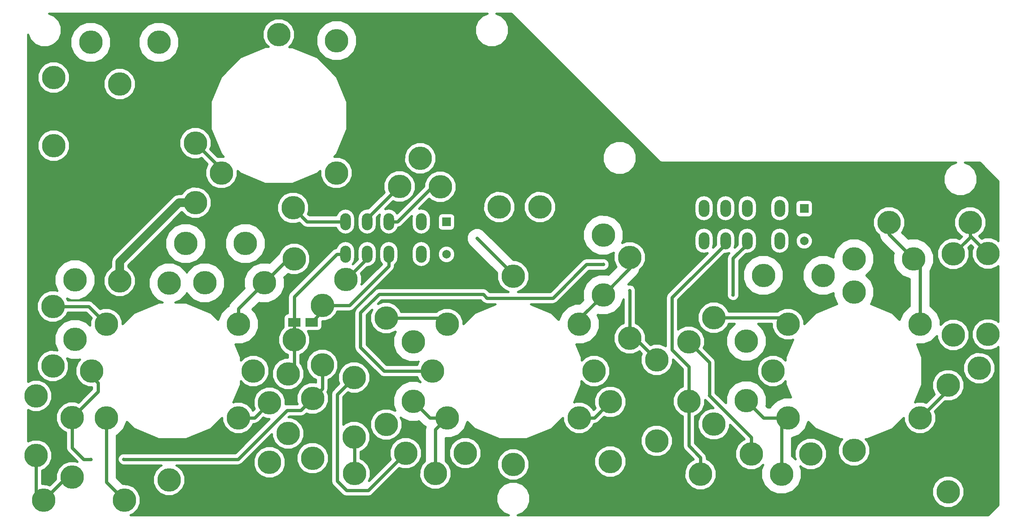
<source format=gbl>
G04 #@! TF.FileFunction,Copper,L2,Bot,Signal*
%FSLAX46Y46*%
G04 Gerber Fmt 4.6, Leading zero omitted, Abs format (unit mm)*
G04 Created by KiCad (PCBNEW 4.0.5+dfsg1-4) date Sun May 14 19:10:16 2017*
%MOMM*%
%LPD*%
G01*
G04 APERTURE LIST*
%ADD10C,0.100000*%
%ADD11R,3.000000X2.000000*%
%ADD12C,0.800000*%
%ADD13C,5.500000*%
%ADD14R,2.000000X2.000000*%
%ADD15C,2.000000*%
%ADD16O,2.500000X4.000000*%
%ADD17C,2.000000*%
%ADD18C,0.800000*%
%ADD19C,0.500000*%
G04 APERTURE END LIST*
D10*
D11*
X133636000Y-173558200D03*
X137636000Y-173558200D03*
D12*
X100863400Y-217093800D03*
X166192200Y-169265600D03*
X154152600Y-179781200D03*
X237591600Y-184861200D03*
X110464600Y-203682600D03*
X217195400Y-213461600D03*
D13*
X249500000Y-174000000D03*
X246000000Y-185000000D03*
X280500000Y-196000000D03*
X249500000Y-196000000D03*
X280500000Y-174000000D03*
X247980600Y-209219800D03*
X228980600Y-209219800D03*
X294995600Y-214579200D03*
X212344000Y-158317800D03*
X212344000Y-177317800D03*
X85827600Y-107848400D03*
X101827600Y-107848400D03*
X110388400Y-131516600D03*
X110388400Y-145516600D03*
X264998200Y-166482600D03*
X264998200Y-203682600D03*
X104203500Y-164380500D03*
X104203500Y-210580500D03*
D14*
X253314200Y-146862800D03*
D15*
X253314200Y-154482800D03*
D16*
X229768400Y-154432000D03*
X234848400Y-154432000D03*
X247548400Y-154432000D03*
X247548400Y-146812000D03*
X234848400Y-146812000D03*
X229768400Y-146812000D03*
X239928400Y-146812000D03*
X239928400Y-154432000D03*
D13*
X181737000Y-146532600D03*
X191287400Y-146532600D03*
X163195000Y-135077200D03*
X143560800Y-107442000D03*
X243723400Y-162560000D03*
X257723400Y-162560000D03*
X108123200Y-155092400D03*
X122123200Y-155092400D03*
X264983200Y-158673800D03*
X278983200Y-158673800D03*
X239725200Y-177990500D03*
X239725200Y-191990500D03*
X226237800Y-192140600D03*
X226237800Y-178140600D03*
X240878600Y-204470000D03*
X254878600Y-204470000D03*
X207797400Y-192263000D03*
X207797400Y-206263000D03*
X206146400Y-153121600D03*
X206146400Y-167121600D03*
X161594800Y-178125600D03*
X161594800Y-192125600D03*
X147650200Y-200548000D03*
X147650200Y-186548000D03*
X159751000Y-204292200D03*
X173751000Y-204292200D03*
X127812800Y-192466200D03*
X127812800Y-206466200D03*
X112583200Y-164312600D03*
X126583200Y-164312600D03*
X140182600Y-183580800D03*
X140182600Y-169580800D03*
X76936600Y-169870600D03*
X76936600Y-183870600D03*
X294411400Y-184378600D03*
X288315400Y-157530800D03*
X288315400Y-176530800D03*
X232092500Y-172510400D03*
X232092500Y-197510400D03*
X218694000Y-182409700D03*
X218694000Y-201409700D03*
X155194000Y-172589800D03*
X155194000Y-197589800D03*
X166751000Y-209092800D03*
X147751000Y-209092800D03*
X133578600Y-158698800D03*
X133578600Y-177698800D03*
X93751800Y-215366600D03*
X74751800Y-215366600D03*
X92633800Y-117657200D03*
X92633800Y-163857200D03*
X132156200Y-185684400D03*
X132156200Y-199684400D03*
X81483200Y-209956400D03*
X81483200Y-195956400D03*
X137922000Y-191475600D03*
X137922000Y-205475600D03*
X82143600Y-163611800D03*
X82143600Y-177611800D03*
X72999600Y-190876400D03*
X72999600Y-204876400D03*
X77114400Y-132130800D03*
X77114400Y-116130800D03*
X169500000Y-174000000D03*
X166000000Y-185000000D03*
X200500000Y-196000000D03*
X169500000Y-196000000D03*
X200500000Y-174000000D03*
X204000000Y-185000000D03*
X89500000Y-174000000D03*
X86000000Y-185000000D03*
X120500000Y-196000000D03*
X89500000Y-196000000D03*
X120500000Y-174000000D03*
X124000000Y-185000000D03*
X287096200Y-188366400D03*
X287096200Y-213366400D03*
X273252800Y-150164800D03*
X292252800Y-150164800D03*
X185006000Y-162775200D03*
X185006000Y-206975200D03*
X296443400Y-176428800D03*
X296443400Y-157428800D03*
D14*
X169341800Y-150012400D03*
D15*
X169341800Y-157632400D03*
D16*
X145643600Y-157556200D03*
X150723600Y-157556200D03*
X163423600Y-157556200D03*
X163423600Y-149936200D03*
X150723600Y-149936200D03*
X145643600Y-149936200D03*
X155803600Y-149936200D03*
X155803600Y-157556200D03*
D13*
X145745200Y-163550600D03*
X158318200Y-141681200D03*
X133324600Y-146710400D03*
X167894000Y-141757400D03*
X130000000Y-106000000D03*
X116500000Y-138500000D03*
X143500000Y-138500000D03*
D12*
X236601000Y-167157400D03*
X176530000Y-153873200D03*
X212344000Y-166141400D03*
X206197200Y-159994600D03*
X231089200Y-190791513D03*
X93599000Y-205740000D03*
X85852000Y-205740000D03*
D17*
X92633800Y-163857200D02*
X92633800Y-159382113D01*
X92633800Y-159382113D02*
X106499313Y-145516600D01*
X106499313Y-145516600D02*
X110388400Y-145516600D01*
D18*
X236601000Y-167157400D02*
X236601000Y-158509400D01*
X239928400Y-155182000D02*
X239928400Y-154432000D01*
X236601000Y-158509400D02*
X239928400Y-155182000D01*
X176530000Y-153873200D02*
X185006000Y-162349200D01*
X185006000Y-162349200D02*
X185006000Y-162775200D01*
X278983200Y-158673800D02*
X273252800Y-152943400D01*
X273252800Y-152943400D02*
X273252800Y-150164800D01*
X280500000Y-174000000D02*
X280500000Y-160190600D01*
X280500000Y-160190600D02*
X278983200Y-158673800D01*
X222287799Y-180036601D02*
X222287799Y-167742601D01*
X222287799Y-167742601D02*
X234848400Y-155182000D01*
X234848400Y-155182000D02*
X234848400Y-154432000D01*
X226237800Y-192140600D02*
X226237800Y-183986602D01*
X226237800Y-183986602D02*
X222287799Y-180036601D01*
X228980600Y-209219800D02*
X228980600Y-205330713D01*
X226237800Y-196029687D02*
X226237800Y-192140600D01*
X228980600Y-205330713D02*
X226237800Y-202587913D01*
X226237800Y-202587913D02*
X226237800Y-196029687D01*
X247980600Y-209219800D02*
X247980600Y-197519400D01*
X247980600Y-197519400D02*
X249500000Y-196000000D01*
X249500000Y-196000000D02*
X243734700Y-196000000D01*
X243734700Y-196000000D02*
X239725200Y-191990500D01*
X153492200Y-166979600D02*
X177952400Y-166979600D01*
X177952400Y-166979600D02*
X178866800Y-167894000D01*
X149148800Y-171323000D02*
X153492200Y-166979600D01*
X149148800Y-179476400D02*
X149148800Y-171323000D01*
X212344000Y-166141400D02*
X212344000Y-166707085D01*
X212344000Y-166707085D02*
X212344000Y-177317800D01*
X194310000Y-167894000D02*
X202209400Y-159994600D01*
X202209400Y-159994600D02*
X206197200Y-159994600D01*
X178866800Y-167894000D02*
X194310000Y-167894000D01*
X154672400Y-185000000D02*
X149148800Y-179476400D01*
X166000000Y-185000000D02*
X154672400Y-185000000D01*
X218694000Y-182409700D02*
X213602100Y-177317800D01*
X213602100Y-177317800D02*
X212344000Y-177317800D01*
X296443400Y-157428800D02*
X292252800Y-153238200D01*
X292252800Y-153238200D02*
X292252800Y-150164800D01*
X288315400Y-157530800D02*
X292252800Y-153593400D01*
X292252800Y-153593400D02*
X292252800Y-150164800D01*
X89500000Y-196000000D02*
X89500000Y-211114800D01*
X89500000Y-211114800D02*
X93751800Y-215366600D01*
X147751000Y-209092800D02*
X147751000Y-200648800D01*
X147751000Y-200648800D02*
X147650200Y-200548000D01*
X126583200Y-164312600D02*
X132197000Y-158698800D01*
X132197000Y-158698800D02*
X133578600Y-158698800D01*
X126583200Y-164312600D02*
X120500000Y-170395800D01*
X120500000Y-170395800D02*
X120500000Y-174000000D01*
X145643600Y-157556200D02*
X143593600Y-157556200D01*
X143593600Y-157556200D02*
X133578600Y-167571200D01*
X133578600Y-173809713D02*
X133578600Y-177698800D01*
X133578600Y-167571200D02*
X133578600Y-173809713D01*
X133578600Y-177698800D02*
X133578600Y-184262000D01*
X133578600Y-184262000D02*
X132156200Y-185684400D01*
X280500000Y-196000000D02*
X287096200Y-189403800D01*
X287096200Y-189403800D02*
X287096200Y-188366400D01*
X232092500Y-172510400D02*
X248010400Y-172510400D01*
X248010400Y-172510400D02*
X249500000Y-174000000D01*
X231089200Y-190791513D02*
X231089200Y-182992000D01*
X231089200Y-182992000D02*
X226237800Y-178140600D01*
X240878600Y-204470000D02*
X240878600Y-200580913D01*
X240878600Y-200580913D02*
X231089200Y-190791513D01*
X207797400Y-192263000D02*
X204060400Y-196000000D01*
X204060400Y-196000000D02*
X200500000Y-196000000D01*
X155194000Y-172589800D02*
X168089800Y-172589800D01*
X168089800Y-172589800D02*
X169500000Y-174000000D01*
X206146400Y-167121600D02*
X200500000Y-172768000D01*
X200500000Y-172768000D02*
X200500000Y-174000000D01*
X206146400Y-167121600D02*
X212344000Y-160924000D01*
X212344000Y-160924000D02*
X212344000Y-158317800D01*
X166751000Y-209092800D02*
X166751000Y-198749000D01*
X166751000Y-198749000D02*
X169500000Y-196000000D01*
X161594800Y-192125600D02*
X165469200Y-196000000D01*
X165469200Y-196000000D02*
X169500000Y-196000000D01*
X127812800Y-192466200D02*
X124279000Y-196000000D01*
X124279000Y-196000000D02*
X120500000Y-196000000D01*
X72999600Y-204876400D02*
X72999600Y-213614400D01*
X72999600Y-213614400D02*
X74751800Y-215366600D01*
X74751800Y-215366600D02*
X80162000Y-209956400D01*
X80162000Y-209956400D02*
X81483200Y-209956400D01*
X147650200Y-186548000D02*
X143700199Y-190498001D01*
X143700199Y-190498001D02*
X143700199Y-210888001D01*
X143700199Y-210888001D02*
X145854999Y-213042801D01*
X145854999Y-213042801D02*
X151000399Y-213042801D01*
X151000399Y-213042801D02*
X157001001Y-207042199D01*
X157001001Y-207042199D02*
X159751000Y-204292200D01*
X140182600Y-183580800D02*
X140182600Y-189215000D01*
X140182600Y-189215000D02*
X137922000Y-191475600D01*
X84175600Y-205740000D02*
X81483200Y-203047600D01*
X81483200Y-203047600D02*
X81483200Y-195956400D01*
X85852000Y-205740000D02*
X84175600Y-205740000D01*
X137922000Y-191475600D02*
X135172001Y-194225599D01*
X135172001Y-194225599D02*
X131899403Y-194225599D01*
X131899403Y-194225599D02*
X120385002Y-205740000D01*
X120385002Y-205740000D02*
X93599000Y-205740000D01*
X87579200Y-187858400D02*
X86000000Y-186279200D01*
X86000000Y-186279200D02*
X86000000Y-185000000D01*
X87579200Y-189860400D02*
X87579200Y-187858400D01*
X81483200Y-195956400D02*
X87579200Y-189860400D01*
X76936600Y-169870600D02*
X85370600Y-169870600D01*
X85370600Y-169870600D02*
X85954800Y-170454800D01*
X85954800Y-170454800D02*
X89500000Y-174000000D01*
X150723600Y-157556200D02*
X150723600Y-158572200D01*
X150723600Y-158572200D02*
X148495199Y-160800601D01*
X148495199Y-160800601D02*
X145745200Y-163550600D01*
X150723600Y-149936200D02*
X150723600Y-149186200D01*
X150723600Y-149186200D02*
X158228600Y-141681200D01*
X158228600Y-141681200D02*
X158318200Y-141681200D01*
X155803600Y-149936200D02*
X157853600Y-149936200D01*
X157853600Y-149936200D02*
X166032400Y-141757400D01*
X166032400Y-141757400D02*
X167894000Y-141757400D01*
X110388400Y-131516600D02*
X116500000Y-137628200D01*
X116500000Y-137628200D02*
X116500000Y-138500000D01*
X133324600Y-146710400D02*
X136550400Y-149936200D01*
X136550400Y-149936200D02*
X145643600Y-149936200D01*
X145618200Y-149961600D02*
X145643600Y-149936200D01*
X140182600Y-169580800D02*
X140182600Y-171011600D01*
X140182600Y-171011600D02*
X137636000Y-173558200D01*
X140182600Y-169580800D02*
X146579000Y-169580800D01*
X146579000Y-169580800D02*
X155803600Y-160356200D01*
X155803600Y-160356200D02*
X155803600Y-157556200D01*
X155803600Y-158306200D02*
X155803600Y-157556200D01*
D19*
G36*
X177737142Y-101606987D02*
X176610942Y-102731223D01*
X176000695Y-104200860D01*
X175999307Y-105792159D01*
X176606987Y-107262858D01*
X177731223Y-108389058D01*
X179200860Y-108999305D01*
X180792159Y-109000693D01*
X182262858Y-108393013D01*
X183389058Y-107268777D01*
X183999305Y-105799140D01*
X184000693Y-104207841D01*
X183393013Y-102737142D01*
X182268777Y-101610942D01*
X181038293Y-101100000D01*
X184544366Y-101100000D01*
X219222183Y-135777818D01*
X219579049Y-136016268D01*
X220000000Y-136100000D01*
X288964145Y-136100000D01*
X287737142Y-136606987D01*
X286610942Y-137731223D01*
X286000695Y-139200860D01*
X285999307Y-140792159D01*
X286606987Y-142262858D01*
X287731223Y-143389058D01*
X289200860Y-143999305D01*
X290792159Y-144000693D01*
X292262858Y-143393013D01*
X293389058Y-142268777D01*
X293999305Y-140799140D01*
X294000693Y-139207841D01*
X293393013Y-137737142D01*
X292268777Y-136610942D01*
X291038293Y-136100000D01*
X294544366Y-136100000D01*
X298900000Y-140455635D01*
X298900000Y-154510985D01*
X298598737Y-154209196D01*
X297202583Y-153629461D01*
X295690849Y-153628142D01*
X294985002Y-153919792D01*
X294427965Y-153362755D01*
X295472404Y-152320137D01*
X296052139Y-150923983D01*
X296053458Y-149412249D01*
X295476161Y-148015085D01*
X294408137Y-146945196D01*
X293011983Y-146365461D01*
X291500249Y-146364142D01*
X290103085Y-146941439D01*
X289033196Y-148009463D01*
X288453461Y-149405617D01*
X288452142Y-150917351D01*
X289029439Y-152314515D01*
X290097463Y-153384404D01*
X290319139Y-153476452D01*
X289773792Y-154021799D01*
X289074583Y-153731461D01*
X287562849Y-153730142D01*
X286165685Y-154307439D01*
X285095796Y-155375463D01*
X284516061Y-156771617D01*
X284514742Y-158283351D01*
X285092039Y-159680515D01*
X286160063Y-160750404D01*
X287556217Y-161330139D01*
X289067951Y-161331458D01*
X290465115Y-160754161D01*
X291535004Y-159686137D01*
X292114739Y-158289983D01*
X292116058Y-156778249D01*
X291824408Y-156072402D01*
X292430400Y-155466410D01*
X292934398Y-155970408D01*
X292644061Y-156669617D01*
X292642742Y-158181351D01*
X293220039Y-159578515D01*
X294288063Y-160648404D01*
X295684217Y-161228139D01*
X297195951Y-161229458D01*
X298593115Y-160652161D01*
X298900000Y-160345811D01*
X298900000Y-173510985D01*
X298598737Y-173209196D01*
X297202583Y-172629461D01*
X295690849Y-172628142D01*
X294293685Y-173205439D01*
X293223796Y-174273463D01*
X292644061Y-175669617D01*
X292642742Y-177181351D01*
X293220039Y-178578515D01*
X294288063Y-179648404D01*
X295684217Y-180228139D01*
X297195951Y-180229458D01*
X298593115Y-179652161D01*
X298900000Y-179345811D01*
X298900000Y-216544365D01*
X296544366Y-218900000D01*
X186035855Y-218900000D01*
X187262858Y-218393013D01*
X188389058Y-217268777D01*
X188999305Y-215799140D01*
X189000693Y-214207841D01*
X188963965Y-214118951D01*
X283295542Y-214118951D01*
X283872839Y-215516115D01*
X284940863Y-216586004D01*
X286337017Y-217165739D01*
X287848751Y-217167058D01*
X289245915Y-216589761D01*
X290315804Y-215521737D01*
X290895539Y-214125583D01*
X290896858Y-212613849D01*
X290319561Y-211216685D01*
X289251537Y-210146796D01*
X287855383Y-209567061D01*
X286343649Y-209565742D01*
X284946485Y-210143039D01*
X283876596Y-211211063D01*
X283296861Y-212607217D01*
X283295542Y-214118951D01*
X188963965Y-214118951D01*
X188393013Y-212737142D01*
X187268777Y-211610942D01*
X185799140Y-211000695D01*
X184207841Y-210999307D01*
X182737142Y-211606987D01*
X181610942Y-212731223D01*
X181000695Y-214200860D01*
X180999307Y-215792159D01*
X181606987Y-217262858D01*
X182731223Y-218389058D01*
X183961707Y-218900000D01*
X95151164Y-218900000D01*
X95901515Y-218589961D01*
X96971404Y-217521937D01*
X97551139Y-216125783D01*
X97552458Y-214614049D01*
X96975161Y-213216885D01*
X95907137Y-212146996D01*
X94510983Y-211567261D01*
X93416329Y-211566306D01*
X91950000Y-210099976D01*
X91950000Y-200181288D01*
X92215430Y-200071615D01*
X93566870Y-198722532D01*
X94287592Y-196986840D01*
X95896535Y-198598594D01*
X101793451Y-201047208D01*
X108178536Y-201052780D01*
X114079717Y-198614462D01*
X116700000Y-195998749D01*
X116699342Y-196752551D01*
X117276639Y-198149715D01*
X118344663Y-199219604D01*
X119740817Y-199799339D01*
X121252551Y-199800658D01*
X122649715Y-199223361D01*
X123719604Y-198155337D01*
X124012486Y-197450000D01*
X124279000Y-197450000D01*
X124833891Y-197339625D01*
X125304305Y-197025305D01*
X126354408Y-195975202D01*
X127053617Y-196265539D01*
X127808195Y-196266197D01*
X119784392Y-204290000D01*
X93599692Y-204290000D01*
X93311843Y-204289749D01*
X92778714Y-204510033D01*
X92370467Y-204917569D01*
X92149252Y-205450312D01*
X92148749Y-206027157D01*
X92369033Y-206560286D01*
X92776569Y-206968533D01*
X93309312Y-207189748D01*
X93886157Y-207190251D01*
X93886764Y-207190000D01*
X102458292Y-207190000D01*
X102053785Y-207357139D01*
X100983896Y-208425163D01*
X100404161Y-209821317D01*
X100402842Y-211333051D01*
X100980139Y-212730215D01*
X102048163Y-213800104D01*
X103444317Y-214379839D01*
X104956051Y-214381158D01*
X106353215Y-213803861D01*
X107423104Y-212735837D01*
X108002839Y-211339683D01*
X108004158Y-209827949D01*
X107426861Y-208430785D01*
X106358837Y-207360896D01*
X106016515Y-207218751D01*
X124012142Y-207218751D01*
X124589439Y-208615915D01*
X125657463Y-209685804D01*
X127053617Y-210265539D01*
X128565351Y-210266858D01*
X129962515Y-209689561D01*
X131032404Y-208621537D01*
X131612139Y-207225383D01*
X131613009Y-206228151D01*
X134121342Y-206228151D01*
X134698639Y-207625315D01*
X135766663Y-208695204D01*
X137162817Y-209274939D01*
X138674551Y-209276258D01*
X140071715Y-208698961D01*
X141141604Y-207630937D01*
X141721339Y-206234783D01*
X141722658Y-204723049D01*
X141145361Y-203325885D01*
X140077337Y-202255996D01*
X138681183Y-201676261D01*
X137169449Y-201674942D01*
X135772285Y-202252239D01*
X134702396Y-203320263D01*
X134122661Y-204716417D01*
X134121342Y-206228151D01*
X131613009Y-206228151D01*
X131613458Y-205713649D01*
X131036161Y-204316485D01*
X129968137Y-203246596D01*
X128571983Y-202666861D01*
X127060249Y-202665542D01*
X125663085Y-203242839D01*
X124593196Y-204310863D01*
X124013461Y-205707017D01*
X124012142Y-207218751D01*
X106016515Y-207218751D01*
X105947275Y-207190000D01*
X120385002Y-207190000D01*
X120939893Y-207079625D01*
X121410307Y-206765305D01*
X128356081Y-199819531D01*
X128355542Y-200436951D01*
X128932839Y-201834115D01*
X130000863Y-202904004D01*
X131397017Y-203483739D01*
X132908751Y-203485058D01*
X134305915Y-202907761D01*
X135375804Y-201839737D01*
X135955539Y-200443583D01*
X135956858Y-198931849D01*
X135379561Y-197534685D01*
X134311537Y-196464796D01*
X132915383Y-195885061D01*
X132291096Y-195884516D01*
X132500013Y-195675599D01*
X135172001Y-195675599D01*
X135726892Y-195565224D01*
X136197306Y-195250904D01*
X136463608Y-194984602D01*
X137162817Y-195274939D01*
X138674551Y-195276258D01*
X140071715Y-194698961D01*
X141141604Y-193630937D01*
X141721339Y-192234783D01*
X141722658Y-190723049D01*
X141629671Y-190498001D01*
X142250199Y-190498001D01*
X142250199Y-210888001D01*
X142360574Y-211442892D01*
X142674894Y-211913306D01*
X144829694Y-214068106D01*
X145300108Y-214382426D01*
X145854999Y-214492801D01*
X151000399Y-214492801D01*
X151555290Y-214382426D01*
X152025704Y-214068106D01*
X158292608Y-207801202D01*
X158991817Y-208091539D01*
X160503551Y-208092858D01*
X161900715Y-207515561D01*
X162970604Y-206447537D01*
X163550339Y-205051383D01*
X163551658Y-203539649D01*
X162974361Y-202142485D01*
X161906337Y-201072596D01*
X160510183Y-200492861D01*
X158998449Y-200491542D01*
X157601285Y-201068839D01*
X156531396Y-202136863D01*
X155951661Y-203533017D01*
X155950342Y-205044751D01*
X156241992Y-205750598D01*
X151131193Y-210861397D01*
X151550339Y-209851983D01*
X151551658Y-208340249D01*
X150974361Y-206943085D01*
X149906337Y-205873196D01*
X149201000Y-205580314D01*
X149201000Y-204018828D01*
X149799915Y-203771361D01*
X150869804Y-202703337D01*
X151449539Y-201307183D01*
X151450858Y-199795449D01*
X150873561Y-198398285D01*
X149805537Y-197328396D01*
X148409383Y-196748661D01*
X146897649Y-196747342D01*
X145500485Y-197324639D01*
X145150199Y-197674314D01*
X145150199Y-191098611D01*
X146191808Y-190057002D01*
X146891017Y-190347339D01*
X148402751Y-190348658D01*
X149799915Y-189771361D01*
X150869804Y-188703337D01*
X151449539Y-187307183D01*
X151450858Y-185795449D01*
X150873561Y-184398285D01*
X149805537Y-183328396D01*
X148409383Y-182748661D01*
X146897649Y-182747342D01*
X145500485Y-183324639D01*
X144430596Y-184392663D01*
X143850861Y-185788817D01*
X143849542Y-187300551D01*
X144141192Y-188006398D01*
X142674894Y-189472696D01*
X142360574Y-189943110D01*
X142250199Y-190498001D01*
X141629671Y-190498001D01*
X141402721Y-189948742D01*
X141522225Y-189769891D01*
X141632600Y-189215000D01*
X141632600Y-187093278D01*
X142332315Y-186804161D01*
X143402204Y-185736137D01*
X143981939Y-184339983D01*
X143983258Y-182828249D01*
X143405961Y-181431085D01*
X142337937Y-180361196D01*
X140941783Y-179781461D01*
X139430049Y-179780142D01*
X138032885Y-180357439D01*
X136962996Y-181425463D01*
X136383261Y-182821617D01*
X136381942Y-184333351D01*
X136959239Y-185730515D01*
X138027263Y-186800404D01*
X138732600Y-187093286D01*
X138732600Y-187697611D01*
X138681183Y-187676261D01*
X137169449Y-187674942D01*
X135772285Y-188252239D01*
X134702396Y-189320263D01*
X134122661Y-190716417D01*
X134121342Y-192228151D01*
X134347543Y-192775599D01*
X131899403Y-192775599D01*
X131612482Y-192832671D01*
X131613458Y-191713649D01*
X131036161Y-190316485D01*
X129968137Y-189246596D01*
X128571983Y-188666861D01*
X127060249Y-188665542D01*
X125663085Y-189242839D01*
X124593196Y-190310863D01*
X124013461Y-191707017D01*
X124012142Y-193218751D01*
X124303792Y-193924598D01*
X123914796Y-194313594D01*
X123723361Y-193850285D01*
X122655337Y-192780396D01*
X121259183Y-192200661D01*
X119747449Y-192199342D01*
X119315071Y-192377997D01*
X121047208Y-188206549D01*
X121047893Y-187421443D01*
X121844663Y-188219604D01*
X123240817Y-188799339D01*
X124752551Y-188800658D01*
X126149715Y-188223361D01*
X127219604Y-187155337D01*
X127517904Y-186436951D01*
X128355542Y-186436951D01*
X128932839Y-187834115D01*
X130000863Y-188904004D01*
X131397017Y-189483739D01*
X132908751Y-189485058D01*
X134305915Y-188907761D01*
X135375804Y-187839737D01*
X135955539Y-186443583D01*
X135956858Y-184931849D01*
X135379561Y-183534685D01*
X135028600Y-183183111D01*
X135028600Y-181211278D01*
X135728315Y-180922161D01*
X136798204Y-179854137D01*
X137377939Y-178457983D01*
X137379258Y-176946249D01*
X136834886Y-175628770D01*
X139136000Y-175628770D01*
X139525107Y-175555555D01*
X139882477Y-175325593D01*
X140122224Y-174974712D01*
X140206570Y-174558200D01*
X140206570Y-173380822D01*
X140935151Y-173381458D01*
X142332315Y-172804161D01*
X143402204Y-171736137D01*
X143573753Y-171323000D01*
X147698800Y-171323000D01*
X147698800Y-179476400D01*
X147809175Y-180031291D01*
X148123495Y-180501705D01*
X153647095Y-186025305D01*
X154117509Y-186339625D01*
X154672400Y-186450000D01*
X162487522Y-186450000D01*
X162776639Y-187149715D01*
X163235734Y-187609612D01*
X162553768Y-187326435D01*
X160644210Y-187324768D01*
X158879370Y-188053985D01*
X157527930Y-189403068D01*
X156795635Y-191166632D01*
X156793968Y-193076190D01*
X157324354Y-194359822D01*
X155953183Y-193790461D01*
X154441449Y-193789142D01*
X153044285Y-194366439D01*
X151974396Y-195434463D01*
X151394661Y-196830617D01*
X151393342Y-198342351D01*
X151970639Y-199739515D01*
X153038663Y-200809404D01*
X154434817Y-201389139D01*
X155946551Y-201390458D01*
X157343715Y-200813161D01*
X158413604Y-199745137D01*
X158993339Y-198348983D01*
X158994658Y-196837249D01*
X158626523Y-195946296D01*
X158872268Y-196192470D01*
X160635832Y-196924765D01*
X162545390Y-196926432D01*
X162818119Y-196813743D01*
X163736788Y-197732412D01*
X164413297Y-198184441D01*
X164300999Y-198749000D01*
X164301000Y-198749005D01*
X164301000Y-206169201D01*
X163531396Y-206937463D01*
X162951661Y-208333617D01*
X162950342Y-209845351D01*
X163527639Y-211242515D01*
X164595663Y-212312404D01*
X165991817Y-212892139D01*
X167503551Y-212893458D01*
X168900715Y-212316161D01*
X169970604Y-211248137D01*
X170550339Y-209851983D01*
X170551658Y-208340249D01*
X169974361Y-206943085D01*
X169201000Y-206168374D01*
X169201000Y-205044751D01*
X169950342Y-205044751D01*
X170527639Y-206441915D01*
X171595663Y-207511804D01*
X172991817Y-208091539D01*
X174503551Y-208092858D01*
X175387176Y-207727751D01*
X181205342Y-207727751D01*
X181782639Y-209124915D01*
X182850663Y-210194804D01*
X184246817Y-210774539D01*
X185758551Y-210775858D01*
X187155715Y-210198561D01*
X188225604Y-209130537D01*
X188805339Y-207734383D01*
X188805966Y-207015551D01*
X203996742Y-207015551D01*
X204574039Y-208412715D01*
X205642063Y-209482604D01*
X207038217Y-210062339D01*
X208549951Y-210063658D01*
X209947115Y-209486361D01*
X211017004Y-208418337D01*
X211596739Y-207022183D01*
X211598058Y-205510449D01*
X211020761Y-204113285D01*
X209952737Y-203043396D01*
X208556583Y-202463661D01*
X207044849Y-202462342D01*
X205647685Y-203039639D01*
X204577796Y-204107663D01*
X203998061Y-205503817D01*
X203996742Y-207015551D01*
X188805966Y-207015551D01*
X188806658Y-206222649D01*
X188229361Y-204825485D01*
X187161337Y-203755596D01*
X185765183Y-203175861D01*
X184253449Y-203174542D01*
X182856285Y-203751839D01*
X181786396Y-204819863D01*
X181206661Y-206216017D01*
X181205342Y-207727751D01*
X175387176Y-207727751D01*
X175900715Y-207515561D01*
X176970604Y-206447537D01*
X177550339Y-205051383D01*
X177551658Y-203539649D01*
X176982529Y-202162251D01*
X214893342Y-202162251D01*
X215470639Y-203559415D01*
X216538663Y-204629304D01*
X217934817Y-205209039D01*
X219446551Y-205210358D01*
X220843715Y-204633061D01*
X221913604Y-203565037D01*
X222493339Y-202168883D01*
X222494658Y-200657149D01*
X221917361Y-199259985D01*
X220849337Y-198190096D01*
X219453183Y-197610361D01*
X217941449Y-197609042D01*
X216544285Y-198186339D01*
X215474396Y-199254363D01*
X214894661Y-200650517D01*
X214893342Y-202162251D01*
X176982529Y-202162251D01*
X176974361Y-202142485D01*
X175906337Y-201072596D01*
X174510183Y-200492861D01*
X172998449Y-200491542D01*
X171601285Y-201068839D01*
X170531396Y-202136863D01*
X169951661Y-203533017D01*
X169950342Y-205044751D01*
X169201000Y-205044751D01*
X169201000Y-200799741D01*
X170450590Y-200800832D01*
X172215430Y-200071615D01*
X173566870Y-198722532D01*
X174287592Y-196986840D01*
X175896535Y-198598594D01*
X181793451Y-201047208D01*
X188178536Y-201052780D01*
X194079717Y-198614462D01*
X196700000Y-195998749D01*
X196699342Y-196752551D01*
X197276639Y-198149715D01*
X198344663Y-199219604D01*
X199740817Y-199799339D01*
X201252551Y-199800658D01*
X202649715Y-199223361D01*
X203719604Y-198155337D01*
X204012486Y-197450000D01*
X204060400Y-197450000D01*
X204615291Y-197339625D01*
X205085705Y-197025305D01*
X206339008Y-195772002D01*
X207038217Y-196062339D01*
X208549951Y-196063658D01*
X209947115Y-195486361D01*
X211017004Y-194418337D01*
X211596739Y-193022183D01*
X211598058Y-191510449D01*
X211020761Y-190113285D01*
X209952737Y-189043396D01*
X208556583Y-188463661D01*
X207044849Y-188462342D01*
X205647685Y-189039639D01*
X204577796Y-190107663D01*
X203998061Y-191503817D01*
X203996742Y-193015551D01*
X204288392Y-193721398D01*
X203850882Y-194158908D01*
X203723361Y-193850285D01*
X202655337Y-192780396D01*
X201259183Y-192200661D01*
X199747449Y-192199342D01*
X199315071Y-192377997D01*
X201047208Y-188206549D01*
X201047893Y-187421443D01*
X201844663Y-188219604D01*
X203240817Y-188799339D01*
X204752551Y-188800658D01*
X206149715Y-188223361D01*
X207219604Y-187155337D01*
X207799339Y-185759183D01*
X207800658Y-184247449D01*
X207223361Y-182850285D01*
X206155337Y-181780396D01*
X204759183Y-181200661D01*
X203247449Y-181199342D01*
X201850285Y-181776639D01*
X201052124Y-182573409D01*
X201052780Y-181821464D01*
X199804087Y-178799395D01*
X201450590Y-178800832D01*
X203215430Y-178071615D01*
X204566870Y-176722532D01*
X205299165Y-174958968D01*
X205300832Y-173049410D01*
X204827928Y-171904895D01*
X204922195Y-171810629D01*
X205187432Y-171920765D01*
X207096990Y-171922432D01*
X208861830Y-171193215D01*
X210213270Y-169844132D01*
X210894000Y-168204750D01*
X210894000Y-173805322D01*
X210194285Y-174094439D01*
X209124396Y-175162463D01*
X208544661Y-176558617D01*
X208543342Y-178070351D01*
X209120639Y-179467515D01*
X210188663Y-180537404D01*
X211584817Y-181117139D01*
X213096551Y-181118458D01*
X214493715Y-180541161D01*
X214634406Y-180400716D01*
X215184998Y-180951308D01*
X214894661Y-181650517D01*
X214893342Y-183162251D01*
X215470639Y-184559415D01*
X216538663Y-185629304D01*
X217934817Y-186209039D01*
X219446551Y-186210358D01*
X220843715Y-185633061D01*
X221913604Y-184565037D01*
X222493339Y-183168883D01*
X222494103Y-182293515D01*
X224787800Y-184587212D01*
X224787800Y-188628122D01*
X224088085Y-188917239D01*
X223018196Y-189985263D01*
X222438461Y-191381417D01*
X222437142Y-192893151D01*
X223014439Y-194290315D01*
X224082463Y-195360204D01*
X224787800Y-195653086D01*
X224787800Y-202587913D01*
X224898175Y-203142804D01*
X225212495Y-203613218D01*
X227372093Y-205772816D01*
X226830885Y-205996439D01*
X225760996Y-207064463D01*
X225181261Y-208460617D01*
X225179942Y-209972351D01*
X225757239Y-211369515D01*
X226825263Y-212439404D01*
X228221417Y-213019139D01*
X229733151Y-213020458D01*
X231130315Y-212443161D01*
X232200204Y-211375137D01*
X232779939Y-209978983D01*
X232781258Y-208467249D01*
X232203961Y-207070085D01*
X231135937Y-206000196D01*
X230430600Y-205707314D01*
X230430600Y-205330713D01*
X230320225Y-204775822D01*
X230005905Y-204305408D01*
X227687800Y-201987303D01*
X227687800Y-195653078D01*
X228387515Y-195363961D01*
X229457404Y-194295937D01*
X230037139Y-192899783D01*
X230038106Y-191790985D01*
X230266769Y-192020046D01*
X230267374Y-192020297D01*
X231957358Y-193710281D01*
X231339949Y-193709742D01*
X229942785Y-194287039D01*
X228872896Y-195355063D01*
X228293161Y-196751217D01*
X228291842Y-198262951D01*
X228869139Y-199660115D01*
X229937163Y-200730004D01*
X231333317Y-201309739D01*
X232845051Y-201311058D01*
X234242215Y-200733761D01*
X235312104Y-199665737D01*
X235891839Y-198269583D01*
X235892384Y-197645307D01*
X239270093Y-201023016D01*
X238728885Y-201246639D01*
X237658996Y-202314663D01*
X237079261Y-203710817D01*
X237077942Y-205222551D01*
X237655239Y-206619715D01*
X238723263Y-207689604D01*
X240119417Y-208269339D01*
X241631151Y-208270658D01*
X243028315Y-207693361D01*
X243692298Y-207030535D01*
X243181435Y-208260832D01*
X243179768Y-210170390D01*
X243908985Y-211935230D01*
X245258068Y-213286670D01*
X247021632Y-214018965D01*
X248931190Y-214020632D01*
X250696030Y-213291415D01*
X252047470Y-211942332D01*
X252779765Y-210178768D01*
X252781432Y-208269210D01*
X252413890Y-207379691D01*
X252723263Y-207689604D01*
X254119417Y-208269339D01*
X255631151Y-208270658D01*
X257028315Y-207693361D01*
X258098204Y-206625337D01*
X258677939Y-205229183D01*
X258679258Y-203717449D01*
X258101961Y-202320285D01*
X257033937Y-201250396D01*
X255637783Y-200670661D01*
X254126049Y-200669342D01*
X252728885Y-201246639D01*
X251658996Y-202314663D01*
X251079261Y-203710817D01*
X251077942Y-205222551D01*
X251293563Y-205744392D01*
X250703132Y-205152930D01*
X250430600Y-205039765D01*
X250430600Y-200800815D01*
X250450590Y-200800832D01*
X252215430Y-200071615D01*
X253566870Y-198722532D01*
X254287592Y-196986840D01*
X255896535Y-198598594D01*
X261793451Y-201047208D01*
X262259082Y-201047614D01*
X261778596Y-201527263D01*
X261198861Y-202923417D01*
X261197542Y-204435151D01*
X261774839Y-205832315D01*
X262842863Y-206902204D01*
X264239017Y-207481939D01*
X265750751Y-207483258D01*
X267147915Y-206905961D01*
X268217804Y-205837937D01*
X268797539Y-204441783D01*
X268798858Y-202930049D01*
X268221561Y-201532885D01*
X267741913Y-201052399D01*
X268178536Y-201052780D01*
X274079717Y-198614462D01*
X276700000Y-195998749D01*
X276699342Y-196752551D01*
X277276639Y-198149715D01*
X278344663Y-199219604D01*
X279740817Y-199799339D01*
X281252551Y-199800658D01*
X282649715Y-199223361D01*
X283719604Y-198155337D01*
X284299339Y-196759183D01*
X284300658Y-195247449D01*
X284009008Y-194541602D01*
X286384829Y-192165781D01*
X287848751Y-192167058D01*
X289245915Y-191589761D01*
X290315804Y-190521737D01*
X290895539Y-189125583D01*
X290896858Y-187613849D01*
X290319561Y-186216685D01*
X289251537Y-185146796D01*
X289213860Y-185131151D01*
X290610742Y-185131151D01*
X291188039Y-186528315D01*
X292256063Y-187598204D01*
X293652217Y-188177939D01*
X295163951Y-188179258D01*
X296561115Y-187601961D01*
X297631004Y-186533937D01*
X298210739Y-185137783D01*
X298212058Y-183626049D01*
X297634761Y-182228885D01*
X296566737Y-181158996D01*
X295170583Y-180579261D01*
X293658849Y-180577942D01*
X292261685Y-181155239D01*
X291191796Y-182223263D01*
X290612061Y-183619417D01*
X290610742Y-185131151D01*
X289213860Y-185131151D01*
X287855383Y-184567061D01*
X286343649Y-184565742D01*
X284946485Y-185143039D01*
X283876596Y-186211063D01*
X283296861Y-187607217D01*
X283295542Y-189118951D01*
X283872839Y-190516115D01*
X283903031Y-190546360D01*
X281958392Y-192490998D01*
X281259183Y-192200661D01*
X279747449Y-192199342D01*
X279315071Y-192377997D01*
X281047208Y-188206549D01*
X281052780Y-181821464D01*
X279804087Y-178799395D01*
X281450590Y-178800832D01*
X283215430Y-178071615D01*
X284515186Y-176774126D01*
X284514742Y-177283351D01*
X285092039Y-178680515D01*
X286160063Y-179750404D01*
X287556217Y-180330139D01*
X289067951Y-180331458D01*
X290465115Y-179754161D01*
X291535004Y-178686137D01*
X292114739Y-177289983D01*
X292116058Y-175778249D01*
X291538761Y-174381085D01*
X290470737Y-173311196D01*
X289074583Y-172731461D01*
X287562849Y-172730142D01*
X286165685Y-173307439D01*
X285299852Y-174171762D01*
X285300832Y-173049410D01*
X284571615Y-171284570D01*
X283222532Y-169933130D01*
X282950000Y-169819965D01*
X282950000Y-161496227D01*
X283050070Y-161396332D01*
X283782365Y-159632768D01*
X283784032Y-157723210D01*
X283054815Y-155958370D01*
X281705732Y-154606930D01*
X279942168Y-153874635D01*
X278032610Y-153872968D01*
X277759881Y-153985657D01*
X276283217Y-152508994D01*
X276472404Y-152320137D01*
X277052139Y-150923983D01*
X277053458Y-149412249D01*
X276476161Y-148015085D01*
X275408137Y-146945196D01*
X274011983Y-146365461D01*
X272500249Y-146364142D01*
X271103085Y-146941439D01*
X270033196Y-148009463D01*
X269453461Y-149405617D01*
X269452142Y-150917351D01*
X270029439Y-152314515D01*
X270839024Y-153125513D01*
X270989295Y-153880975D01*
X271520388Y-154675812D01*
X274294171Y-157449595D01*
X274184035Y-157714832D01*
X274182368Y-159624390D01*
X274911585Y-161389230D01*
X276260668Y-162740670D01*
X278024232Y-163472965D01*
X278050000Y-163472987D01*
X278050000Y-169818712D01*
X277784570Y-169928385D01*
X276433130Y-171277468D01*
X275712408Y-173013160D01*
X274103465Y-171401406D01*
X268991388Y-169278686D01*
X269065070Y-169205132D01*
X269797365Y-167441568D01*
X269799032Y-165532010D01*
X269069815Y-163767170D01*
X267874543Y-162569809D01*
X269050070Y-161396332D01*
X269782365Y-159632768D01*
X269784032Y-157723210D01*
X269054815Y-155958370D01*
X267705732Y-154606930D01*
X265942168Y-153874635D01*
X264032610Y-153872968D01*
X262267770Y-154602185D01*
X260916330Y-155951268D01*
X260184035Y-157714832D01*
X260183451Y-158384138D01*
X258682368Y-157760835D01*
X256772810Y-157759168D01*
X255007970Y-158488385D01*
X253656530Y-159837468D01*
X252924235Y-161601032D01*
X252922568Y-163510590D01*
X253651785Y-165275430D01*
X255000868Y-166626870D01*
X256764432Y-167359165D01*
X258673990Y-167360832D01*
X260197981Y-166731132D01*
X260197368Y-167433190D01*
X260926585Y-169198030D01*
X261010650Y-169282242D01*
X255920283Y-171385538D01*
X253300000Y-174001251D01*
X253300658Y-173247449D01*
X252723361Y-171850285D01*
X251655337Y-170780396D01*
X250259183Y-170200661D01*
X248747449Y-170199342D01*
X247350285Y-170776639D01*
X247066028Y-171060400D01*
X235604978Y-171060400D01*
X235315861Y-170360685D01*
X234247837Y-169290796D01*
X232851683Y-168711061D01*
X231339949Y-168709742D01*
X229942785Y-169287039D01*
X228872896Y-170355063D01*
X228293161Y-171751217D01*
X228291842Y-173262951D01*
X228869139Y-174660115D01*
X229937163Y-175730004D01*
X231333317Y-176309739D01*
X232845051Y-176311058D01*
X234242215Y-175733761D01*
X235312104Y-174665737D01*
X235604986Y-173960400D01*
X236968182Y-173960400D01*
X235658330Y-175267968D01*
X234926035Y-177031532D01*
X234924368Y-178941090D01*
X235653585Y-180705930D01*
X237002668Y-182057370D01*
X238766232Y-182789665D01*
X240675790Y-182791332D01*
X242440630Y-182062115D01*
X243792070Y-180713032D01*
X244524365Y-178949468D01*
X244526032Y-177039910D01*
X243796815Y-175275070D01*
X242484438Y-173960400D01*
X245700033Y-173960400D01*
X245699342Y-174752551D01*
X246276639Y-176149715D01*
X247344663Y-177219604D01*
X248740817Y-177799339D01*
X250252551Y-177800658D01*
X250684929Y-177622003D01*
X248952792Y-181793451D01*
X248952107Y-182578557D01*
X248155337Y-181780396D01*
X246759183Y-181200661D01*
X245247449Y-181199342D01*
X243850285Y-181776639D01*
X242780396Y-182844663D01*
X242200661Y-184240817D01*
X242199342Y-185752551D01*
X242776639Y-187149715D01*
X243844663Y-188219604D01*
X245240817Y-188799339D01*
X246752551Y-188800658D01*
X248149715Y-188223361D01*
X248947876Y-187426591D01*
X248947220Y-188178536D01*
X250195913Y-191200605D01*
X248549410Y-191199168D01*
X246784570Y-191928385D01*
X245433130Y-193277468D01*
X245319965Y-193550000D01*
X244749523Y-193550000D01*
X244414229Y-193214706D01*
X244524365Y-192949468D01*
X244526032Y-191039910D01*
X243796815Y-189275070D01*
X242447732Y-187923630D01*
X240684168Y-187191335D01*
X238774610Y-187189668D01*
X237009770Y-187918885D01*
X235658330Y-189267968D01*
X234926035Y-191031532D01*
X234924686Y-192576389D01*
X232539200Y-190190903D01*
X232539200Y-182992000D01*
X232428825Y-182437109D01*
X232114505Y-181966695D01*
X229746802Y-179598992D01*
X230037139Y-178899783D01*
X230038458Y-177388049D01*
X229461161Y-175990885D01*
X228393137Y-174920996D01*
X226996983Y-174341261D01*
X225485249Y-174339942D01*
X224088085Y-174917239D01*
X223737799Y-175266914D01*
X223737799Y-168343211D01*
X234590547Y-157490463D01*
X234848400Y-157541753D01*
X235684310Y-157375480D01*
X235575695Y-157484095D01*
X235261375Y-157954509D01*
X235151000Y-158509400D01*
X235151000Y-167156708D01*
X235150749Y-167444557D01*
X235371033Y-167977686D01*
X235778569Y-168385933D01*
X236311312Y-168607148D01*
X236888157Y-168607651D01*
X237421286Y-168387367D01*
X237829533Y-167979831D01*
X238050748Y-167447088D01*
X238051251Y-166870243D01*
X238051000Y-166869636D01*
X238051000Y-163510590D01*
X238922568Y-163510590D01*
X239651785Y-165275430D01*
X241000868Y-166626870D01*
X242764432Y-167359165D01*
X244673990Y-167360832D01*
X246438830Y-166631615D01*
X247790270Y-165282532D01*
X248522565Y-163518968D01*
X248524232Y-161609410D01*
X247795015Y-159844570D01*
X246445932Y-158493130D01*
X244682368Y-157760835D01*
X242772810Y-157759168D01*
X241007970Y-158488385D01*
X239656530Y-159837468D01*
X238924235Y-161601032D01*
X238922568Y-163510590D01*
X238051000Y-163510590D01*
X238051000Y-159110010D01*
X239670547Y-157490463D01*
X239928400Y-157541753D01*
X240808572Y-157366676D01*
X241554746Y-156868099D01*
X242053323Y-156121925D01*
X242228400Y-155241753D01*
X242228400Y-153622247D01*
X245248400Y-153622247D01*
X245248400Y-155241753D01*
X245423477Y-156121925D01*
X245922054Y-156868099D01*
X246668228Y-157366676D01*
X247548400Y-157541753D01*
X248428572Y-157366676D01*
X249174746Y-156868099D01*
X249673323Y-156121925D01*
X249848400Y-155241753D01*
X249848400Y-154888781D01*
X251263845Y-154888781D01*
X251575281Y-155642515D01*
X252151452Y-156219692D01*
X252904641Y-156532443D01*
X253720181Y-156533155D01*
X254473915Y-156221719D01*
X255051092Y-155645548D01*
X255363843Y-154892359D01*
X255364555Y-154076819D01*
X255053119Y-153323085D01*
X254476948Y-152745908D01*
X253723759Y-152433157D01*
X252908219Y-152432445D01*
X252154485Y-152743881D01*
X251577308Y-153320052D01*
X251264557Y-154073241D01*
X251263845Y-154888781D01*
X249848400Y-154888781D01*
X249848400Y-153622247D01*
X249673323Y-152742075D01*
X249174746Y-151995901D01*
X248428572Y-151497324D01*
X247548400Y-151322247D01*
X246668228Y-151497324D01*
X245922054Y-151995901D01*
X245423477Y-152742075D01*
X245248400Y-153622247D01*
X242228400Y-153622247D01*
X242053323Y-152742075D01*
X241554746Y-151995901D01*
X240808572Y-151497324D01*
X239928400Y-151322247D01*
X239048228Y-151497324D01*
X238302054Y-151995901D01*
X237803477Y-152742075D01*
X237628400Y-153622247D01*
X237628400Y-155241753D01*
X237659863Y-155399927D01*
X236982127Y-156077663D01*
X237148400Y-155241753D01*
X237148400Y-153622247D01*
X236973323Y-152742075D01*
X236474746Y-151995901D01*
X235728572Y-151497324D01*
X234848400Y-151322247D01*
X233968228Y-151497324D01*
X233222054Y-151995901D01*
X232723477Y-152742075D01*
X232548400Y-153622247D01*
X232548400Y-155241753D01*
X232579863Y-155399927D01*
X231902127Y-156077663D01*
X232068400Y-155241753D01*
X232068400Y-153622247D01*
X231893323Y-152742075D01*
X231394746Y-151995901D01*
X230648572Y-151497324D01*
X229768400Y-151322247D01*
X228888228Y-151497324D01*
X228142054Y-151995901D01*
X227643477Y-152742075D01*
X227468400Y-153622247D01*
X227468400Y-155241753D01*
X227643477Y-156121925D01*
X228142054Y-156868099D01*
X228888228Y-157366676D01*
X229768400Y-157541753D01*
X230604310Y-157375480D01*
X221262494Y-166717296D01*
X220948174Y-167187710D01*
X220837799Y-167742601D01*
X220837799Y-179185305D01*
X219453183Y-178610361D01*
X217941449Y-178609042D01*
X217235602Y-178900692D01*
X216143573Y-177808663D01*
X216144658Y-176565249D01*
X215567361Y-175168085D01*
X214499337Y-174098196D01*
X213794000Y-173805314D01*
X213794000Y-166142092D01*
X213794251Y-165854243D01*
X213573967Y-165321114D01*
X213166431Y-164912867D01*
X212633688Y-164691652D01*
X212056843Y-164691149D01*
X212030995Y-164701829D01*
X214076412Y-162656412D01*
X214607505Y-161861575D01*
X214715224Y-161320038D01*
X215563604Y-160473137D01*
X216143339Y-159076983D01*
X216144658Y-157565249D01*
X215567361Y-156168085D01*
X214499337Y-155098196D01*
X213103183Y-154518461D01*
X211591449Y-154517142D01*
X210592973Y-154929704D01*
X210945565Y-154080568D01*
X210947232Y-152171010D01*
X210218015Y-150406170D01*
X208868932Y-149054730D01*
X207105368Y-148322435D01*
X205195810Y-148320768D01*
X203430970Y-149049985D01*
X202079530Y-150399068D01*
X201347235Y-152162632D01*
X201345568Y-154072190D01*
X202074785Y-155837030D01*
X203423868Y-157188470D01*
X205187432Y-157920765D01*
X207096990Y-157922432D01*
X208662126Y-157275731D01*
X208544661Y-157558617D01*
X208543342Y-159070351D01*
X209120639Y-160467515D01*
X209228056Y-160575120D01*
X207370605Y-162432571D01*
X207105368Y-162322435D01*
X205195810Y-162320768D01*
X203430970Y-163049985D01*
X202079530Y-164399068D01*
X201347235Y-166162632D01*
X201345568Y-168072190D01*
X201458257Y-168344919D01*
X200603088Y-169200088D01*
X199549410Y-169199168D01*
X197784570Y-169928385D01*
X196433130Y-171277468D01*
X195712408Y-173013160D01*
X194103465Y-171401406D01*
X189148682Y-169344000D01*
X194310000Y-169344000D01*
X194864891Y-169233625D01*
X195335305Y-168919305D01*
X202810010Y-161444600D01*
X206196508Y-161444600D01*
X206484357Y-161444851D01*
X207017486Y-161224567D01*
X207425733Y-160817031D01*
X207646948Y-160284288D01*
X207647451Y-159707443D01*
X207427167Y-159174314D01*
X207019631Y-158766067D01*
X206486888Y-158544852D01*
X205910043Y-158544349D01*
X205909436Y-158544600D01*
X202209405Y-158544600D01*
X202209400Y-158544599D01*
X201746572Y-158636662D01*
X201654509Y-158654975D01*
X201444725Y-158795148D01*
X201184095Y-158969295D01*
X193709390Y-166444000D01*
X186077671Y-166444000D01*
X187155715Y-165998561D01*
X188225604Y-164930537D01*
X188805339Y-163534383D01*
X188806658Y-162022649D01*
X188229361Y-160625485D01*
X187161337Y-159555596D01*
X185765183Y-158975861D01*
X185096902Y-158975278D01*
X178262412Y-152140788D01*
X177919625Y-151797402D01*
X177019473Y-151423627D01*
X176530003Y-151423200D01*
X176530000Y-151423199D01*
X176529997Y-151423200D01*
X176044803Y-151422776D01*
X175144000Y-151794980D01*
X174454202Y-152483575D01*
X174080427Y-153383727D01*
X174080000Y-153873197D01*
X174079999Y-153873200D01*
X174080000Y-153873203D01*
X174079576Y-154358397D01*
X174451780Y-155259200D01*
X175140375Y-155948998D01*
X175141399Y-155949423D01*
X181207052Y-162015076D01*
X181206661Y-162016017D01*
X181205342Y-163527751D01*
X181782639Y-164924915D01*
X182850663Y-165994804D01*
X183932445Y-166444000D01*
X179467410Y-166444000D01*
X178977705Y-165954295D01*
X178507291Y-165639975D01*
X177952400Y-165529600D01*
X153492200Y-165529600D01*
X152937309Y-165639975D01*
X152466895Y-165954295D01*
X148123495Y-170297695D01*
X147809175Y-170768109D01*
X147698800Y-171323000D01*
X143573753Y-171323000D01*
X143695086Y-171030800D01*
X146579000Y-171030800D01*
X147133891Y-170920425D01*
X147604305Y-170606105D01*
X156828905Y-161381505D01*
X157143225Y-160911091D01*
X157253600Y-160356200D01*
X157253600Y-160110130D01*
X157429946Y-159992299D01*
X157928523Y-159246125D01*
X158103600Y-158365953D01*
X158103600Y-156746447D01*
X161123600Y-156746447D01*
X161123600Y-158365953D01*
X161298677Y-159246125D01*
X161797254Y-159992299D01*
X162543428Y-160490876D01*
X163423600Y-160665953D01*
X164303772Y-160490876D01*
X165049946Y-159992299D01*
X165548523Y-159246125D01*
X165723600Y-158365953D01*
X165723600Y-158038381D01*
X167291445Y-158038381D01*
X167602881Y-158792115D01*
X168179052Y-159369292D01*
X168932241Y-159682043D01*
X169747781Y-159682755D01*
X170501515Y-159371319D01*
X171078692Y-158795148D01*
X171391443Y-158041959D01*
X171392155Y-157226419D01*
X171080719Y-156472685D01*
X170504548Y-155895508D01*
X169751359Y-155582757D01*
X168935819Y-155582045D01*
X168182085Y-155893481D01*
X167604908Y-156469652D01*
X167292157Y-157222841D01*
X167291445Y-158038381D01*
X165723600Y-158038381D01*
X165723600Y-156746447D01*
X165548523Y-155866275D01*
X165049946Y-155120101D01*
X164303772Y-154621524D01*
X163423600Y-154446447D01*
X162543428Y-154621524D01*
X161797254Y-155120101D01*
X161298677Y-155866275D01*
X161123600Y-156746447D01*
X158103600Y-156746447D01*
X157928523Y-155866275D01*
X157429946Y-155120101D01*
X156683772Y-154621524D01*
X155803600Y-154446447D01*
X154923428Y-154621524D01*
X154177254Y-155120101D01*
X153678677Y-155866275D01*
X153503600Y-156746447D01*
X153503600Y-158365953D01*
X153678677Y-159246125D01*
X154153076Y-159956114D01*
X149363559Y-164745631D01*
X149544539Y-164309783D01*
X149545858Y-162798049D01*
X149254208Y-162092202D01*
X150687615Y-160658795D01*
X150723600Y-160665953D01*
X151603772Y-160490876D01*
X152349946Y-159992299D01*
X152848523Y-159246125D01*
X153023600Y-158365953D01*
X153023600Y-156746447D01*
X152848523Y-155866275D01*
X152349946Y-155120101D01*
X151603772Y-154621524D01*
X150723600Y-154446447D01*
X149843428Y-154621524D01*
X149097254Y-155120101D01*
X148598677Y-155866275D01*
X148423600Y-156746447D01*
X148423600Y-158365953D01*
X148499195Y-158745995D01*
X147304289Y-159940901D01*
X147768523Y-159246125D01*
X147943600Y-158365953D01*
X147943600Y-156746447D01*
X147768523Y-155866275D01*
X147269946Y-155120101D01*
X146523772Y-154621524D01*
X145643600Y-154446447D01*
X144763428Y-154621524D01*
X144017254Y-155120101D01*
X143518677Y-155866275D01*
X143465900Y-156131601D01*
X143038709Y-156216575D01*
X142568295Y-156530895D01*
X132553295Y-166545895D01*
X132238975Y-167016309D01*
X132128600Y-167571200D01*
X132128600Y-171489022D01*
X131746893Y-171560845D01*
X131389523Y-171790807D01*
X131149776Y-172141688D01*
X131065430Y-172558200D01*
X131065430Y-174558200D01*
X131109794Y-174793974D01*
X130358996Y-175543463D01*
X129779261Y-176939617D01*
X129777942Y-178451351D01*
X130355239Y-179848515D01*
X131423263Y-180918404D01*
X132128600Y-181211286D01*
X132128600Y-181884375D01*
X131403649Y-181883742D01*
X130006485Y-182461039D01*
X128936596Y-183529063D01*
X128356861Y-184925217D01*
X128355542Y-186436951D01*
X127517904Y-186436951D01*
X127799339Y-185759183D01*
X127800658Y-184247449D01*
X127223361Y-182850285D01*
X126155337Y-181780396D01*
X124759183Y-181200661D01*
X123247449Y-181199342D01*
X121850285Y-181776639D01*
X121052124Y-182573409D01*
X121052780Y-181821464D01*
X119804087Y-178799395D01*
X121450590Y-178800832D01*
X123215430Y-178071615D01*
X124566870Y-176722532D01*
X125299165Y-174958968D01*
X125300832Y-173049410D01*
X124571615Y-171284570D01*
X123824487Y-170536137D01*
X125358995Y-169001629D01*
X125624232Y-169111765D01*
X127533790Y-169113432D01*
X129298630Y-168384215D01*
X130650070Y-167035132D01*
X131382365Y-165271568D01*
X131384032Y-163362010D01*
X131271343Y-163089281D01*
X132143253Y-162217371D01*
X132819417Y-162498139D01*
X134331151Y-162499458D01*
X135728315Y-161922161D01*
X136798204Y-160854137D01*
X137377939Y-159457983D01*
X137379258Y-157946249D01*
X136801961Y-156549085D01*
X135733937Y-155479196D01*
X134337783Y-154899461D01*
X132826049Y-154898142D01*
X131428885Y-155475439D01*
X130358996Y-156543463D01*
X129983699Y-157447277D01*
X127807405Y-159623571D01*
X127542168Y-159513435D01*
X125632610Y-159511768D01*
X123867770Y-160240985D01*
X122516330Y-161590068D01*
X121784035Y-163353632D01*
X121782368Y-165263190D01*
X121895057Y-165535919D01*
X118767588Y-168663388D01*
X118236495Y-169458225D01*
X118175069Y-169767034D01*
X117784570Y-169928385D01*
X116433130Y-171277468D01*
X115712408Y-173013160D01*
X114103465Y-171401406D01*
X108206549Y-168952792D01*
X105712467Y-168950616D01*
X106918930Y-168452115D01*
X108270370Y-167103032D01*
X108406808Y-166774451D01*
X108511585Y-167028030D01*
X109860668Y-168379470D01*
X111624232Y-169111765D01*
X113533790Y-169113432D01*
X115298630Y-168384215D01*
X116650070Y-167035132D01*
X117382365Y-165271568D01*
X117384032Y-163362010D01*
X116654815Y-161597170D01*
X115305732Y-160245730D01*
X113542168Y-159513435D01*
X111632610Y-159511768D01*
X109867770Y-160240985D01*
X108516330Y-161590068D01*
X108379892Y-161918649D01*
X108275115Y-161665070D01*
X106926032Y-160313630D01*
X105162468Y-159581335D01*
X103252910Y-159579668D01*
X101488070Y-160308885D01*
X100136630Y-161657968D01*
X99404335Y-163421532D01*
X99402668Y-165331090D01*
X100131885Y-167095930D01*
X101480968Y-168447370D01*
X102686560Y-168947975D01*
X101821464Y-168947220D01*
X95920283Y-171385538D01*
X93300000Y-174001251D01*
X93300658Y-173247449D01*
X92723361Y-171850285D01*
X91655337Y-170780396D01*
X90259183Y-170200661D01*
X88747449Y-170199342D01*
X88041602Y-170490992D01*
X86395905Y-168845295D01*
X85925491Y-168530975D01*
X85370600Y-168420600D01*
X80449078Y-168420600D01*
X80291935Y-168040285D01*
X81184632Y-168410965D01*
X83094190Y-168412632D01*
X84859030Y-167683415D01*
X86210470Y-166334332D01*
X86926577Y-164609751D01*
X88833142Y-164609751D01*
X89410439Y-166006915D01*
X90478463Y-167076804D01*
X91874617Y-167656539D01*
X93386351Y-167657858D01*
X94783515Y-167080561D01*
X95853404Y-166012537D01*
X96433139Y-164616383D01*
X96434458Y-163104649D01*
X95857161Y-161707485D01*
X94789137Y-160637596D01*
X94683800Y-160593856D01*
X94683800Y-160231251D01*
X98872061Y-156042990D01*
X103322368Y-156042990D01*
X104051585Y-157807830D01*
X105400668Y-159159270D01*
X107164232Y-159891565D01*
X109073790Y-159893232D01*
X110838630Y-159164015D01*
X112190070Y-157814932D01*
X112922365Y-156051368D01*
X112922372Y-156042990D01*
X117322368Y-156042990D01*
X118051585Y-157807830D01*
X119400668Y-159159270D01*
X121164232Y-159891565D01*
X123073790Y-159893232D01*
X124838630Y-159164015D01*
X126190070Y-157814932D01*
X126922365Y-156051368D01*
X126924032Y-154141810D01*
X126194815Y-152376970D01*
X124845732Y-151025530D01*
X123082168Y-150293235D01*
X121172610Y-150291568D01*
X119407770Y-151020785D01*
X118056330Y-152369868D01*
X117324035Y-154133432D01*
X117322368Y-156042990D01*
X112922372Y-156042990D01*
X112924032Y-154141810D01*
X112194815Y-152376970D01*
X110845732Y-151025530D01*
X109082168Y-150293235D01*
X107172610Y-150291568D01*
X105407770Y-151020785D01*
X104056330Y-152369868D01*
X103324035Y-154133432D01*
X103322368Y-156042990D01*
X98872061Y-156042990D01*
X107206851Y-147708200D01*
X108233063Y-148736204D01*
X109629217Y-149315939D01*
X111140951Y-149317258D01*
X112538115Y-148739961D01*
X113608004Y-147671937D01*
X113694782Y-147462951D01*
X129523942Y-147462951D01*
X130101239Y-148860115D01*
X131169263Y-149930004D01*
X132565417Y-150509739D01*
X134077151Y-150511058D01*
X134782998Y-150219408D01*
X135525095Y-150961505D01*
X135995509Y-151275825D01*
X136550400Y-151386200D01*
X143470953Y-151386200D01*
X143518677Y-151626125D01*
X144017254Y-152372299D01*
X144763428Y-152870876D01*
X145643600Y-153045953D01*
X146523772Y-152870876D01*
X147269946Y-152372299D01*
X147768523Y-151626125D01*
X147943600Y-150745953D01*
X147943600Y-149126447D01*
X148423600Y-149126447D01*
X148423600Y-150745953D01*
X148598677Y-151626125D01*
X149097254Y-152372299D01*
X149843428Y-152870876D01*
X150723600Y-153045953D01*
X151603772Y-152870876D01*
X152349946Y-152372299D01*
X152848523Y-151626125D01*
X153023600Y-150745953D01*
X153023600Y-149126447D01*
X152992137Y-148968273D01*
X153669873Y-148290537D01*
X153503600Y-149126447D01*
X153503600Y-150745953D01*
X153678677Y-151626125D01*
X154177254Y-152372299D01*
X154923428Y-152870876D01*
X155803600Y-153045953D01*
X156683772Y-152870876D01*
X157429946Y-152372299D01*
X157928523Y-151626125D01*
X157981300Y-151360799D01*
X158408491Y-151275825D01*
X158878905Y-150961505D01*
X161225314Y-148615096D01*
X161123600Y-149126447D01*
X161123600Y-150745953D01*
X161298677Y-151626125D01*
X161797254Y-152372299D01*
X162543428Y-152870876D01*
X163423600Y-153045953D01*
X164303772Y-152870876D01*
X165049946Y-152372299D01*
X165548523Y-151626125D01*
X165723600Y-150745953D01*
X165723600Y-149126447D01*
X165700915Y-149012400D01*
X167271230Y-149012400D01*
X167271230Y-151012400D01*
X167344445Y-151401507D01*
X167574407Y-151758877D01*
X167925288Y-151998624D01*
X168341800Y-152082970D01*
X170341800Y-152082970D01*
X170730907Y-152009755D01*
X171088277Y-151779793D01*
X171328024Y-151428912D01*
X171412370Y-151012400D01*
X171412370Y-149012400D01*
X171339155Y-148623293D01*
X171109193Y-148265923D01*
X170758312Y-148026176D01*
X170341800Y-147941830D01*
X168341800Y-147941830D01*
X167952693Y-148015045D01*
X167595323Y-148245007D01*
X167355576Y-148595888D01*
X167271230Y-149012400D01*
X165700915Y-149012400D01*
X165548523Y-148246275D01*
X165049946Y-147500101D01*
X164728251Y-147285151D01*
X177936342Y-147285151D01*
X178513639Y-148682315D01*
X179581663Y-149752204D01*
X180977817Y-150331939D01*
X182489551Y-150333258D01*
X183886715Y-149755961D01*
X184956604Y-148687937D01*
X185536339Y-147291783D01*
X185536344Y-147285151D01*
X187486742Y-147285151D01*
X188064039Y-148682315D01*
X189132063Y-149752204D01*
X190528217Y-150331939D01*
X192039951Y-150333258D01*
X193437115Y-149755961D01*
X194507004Y-148687937D01*
X195086739Y-147291783D01*
X195087864Y-146002247D01*
X227468400Y-146002247D01*
X227468400Y-147621753D01*
X227643477Y-148501925D01*
X228142054Y-149248099D01*
X228888228Y-149746676D01*
X229768400Y-149921753D01*
X230648572Y-149746676D01*
X231394746Y-149248099D01*
X231893323Y-148501925D01*
X232068400Y-147621753D01*
X232068400Y-146002247D01*
X232548400Y-146002247D01*
X232548400Y-147621753D01*
X232723477Y-148501925D01*
X233222054Y-149248099D01*
X233968228Y-149746676D01*
X234848400Y-149921753D01*
X235728572Y-149746676D01*
X236474746Y-149248099D01*
X236973323Y-148501925D01*
X237148400Y-147621753D01*
X237148400Y-146002247D01*
X237628400Y-146002247D01*
X237628400Y-147621753D01*
X237803477Y-148501925D01*
X238302054Y-149248099D01*
X239048228Y-149746676D01*
X239928400Y-149921753D01*
X240808572Y-149746676D01*
X241554746Y-149248099D01*
X242053323Y-148501925D01*
X242228400Y-147621753D01*
X242228400Y-146002247D01*
X245248400Y-146002247D01*
X245248400Y-147621753D01*
X245423477Y-148501925D01*
X245922054Y-149248099D01*
X246668228Y-149746676D01*
X247548400Y-149921753D01*
X248428572Y-149746676D01*
X249174746Y-149248099D01*
X249673323Y-148501925D01*
X249848400Y-147621753D01*
X249848400Y-146002247D01*
X249820663Y-145862800D01*
X251243630Y-145862800D01*
X251243630Y-147862800D01*
X251316845Y-148251907D01*
X251546807Y-148609277D01*
X251897688Y-148849024D01*
X252314200Y-148933370D01*
X254314200Y-148933370D01*
X254703307Y-148860155D01*
X255060677Y-148630193D01*
X255300424Y-148279312D01*
X255384770Y-147862800D01*
X255384770Y-145862800D01*
X255311555Y-145473693D01*
X255081593Y-145116323D01*
X254730712Y-144876576D01*
X254314200Y-144792230D01*
X252314200Y-144792230D01*
X251925093Y-144865445D01*
X251567723Y-145095407D01*
X251327976Y-145446288D01*
X251243630Y-145862800D01*
X249820663Y-145862800D01*
X249673323Y-145122075D01*
X249174746Y-144375901D01*
X248428572Y-143877324D01*
X247548400Y-143702247D01*
X246668228Y-143877324D01*
X245922054Y-144375901D01*
X245423477Y-145122075D01*
X245248400Y-146002247D01*
X242228400Y-146002247D01*
X242053323Y-145122075D01*
X241554746Y-144375901D01*
X240808572Y-143877324D01*
X239928400Y-143702247D01*
X239048228Y-143877324D01*
X238302054Y-144375901D01*
X237803477Y-145122075D01*
X237628400Y-146002247D01*
X237148400Y-146002247D01*
X236973323Y-145122075D01*
X236474746Y-144375901D01*
X235728572Y-143877324D01*
X234848400Y-143702247D01*
X233968228Y-143877324D01*
X233222054Y-144375901D01*
X232723477Y-145122075D01*
X232548400Y-146002247D01*
X232068400Y-146002247D01*
X231893323Y-145122075D01*
X231394746Y-144375901D01*
X230648572Y-143877324D01*
X229768400Y-143702247D01*
X228888228Y-143877324D01*
X228142054Y-144375901D01*
X227643477Y-145122075D01*
X227468400Y-146002247D01*
X195087864Y-146002247D01*
X195088058Y-145780049D01*
X194510761Y-144382885D01*
X193442737Y-143312996D01*
X192046583Y-142733261D01*
X190534849Y-142731942D01*
X189137685Y-143309239D01*
X188067796Y-144377263D01*
X187488061Y-145773417D01*
X187486742Y-147285151D01*
X185536344Y-147285151D01*
X185537658Y-145780049D01*
X184960361Y-144382885D01*
X183892337Y-143312996D01*
X182496183Y-142733261D01*
X180984449Y-142731942D01*
X179587285Y-143309239D01*
X178517396Y-144377263D01*
X177937661Y-145773417D01*
X177936342Y-147285151D01*
X164728251Y-147285151D01*
X164303772Y-147001524D01*
X163423600Y-146826447D01*
X162912249Y-146928161D01*
X165301416Y-144538994D01*
X165738663Y-144977004D01*
X167134817Y-145556739D01*
X168646551Y-145558058D01*
X170043715Y-144980761D01*
X171113604Y-143912737D01*
X171693339Y-142516583D01*
X171694658Y-141004849D01*
X171117361Y-139607685D01*
X170049337Y-138537796D01*
X168653183Y-137958061D01*
X167141449Y-137956742D01*
X165744285Y-138534039D01*
X164674396Y-139602063D01*
X164094661Y-140998217D01*
X164094097Y-141645093D01*
X157754043Y-147985147D01*
X157429946Y-147500101D01*
X156683772Y-147001524D01*
X155803600Y-146826447D01*
X154967690Y-146992720D01*
X156796497Y-145163913D01*
X157559017Y-145480539D01*
X159070751Y-145481858D01*
X160467915Y-144904561D01*
X161537804Y-143836537D01*
X162117539Y-142440383D01*
X162118858Y-140928649D01*
X161541561Y-139531485D01*
X160473537Y-138461596D01*
X159077383Y-137881861D01*
X157565649Y-137880542D01*
X156168485Y-138457839D01*
X155098596Y-139525863D01*
X154518861Y-140922017D01*
X154517542Y-142433751D01*
X154782995Y-143076195D01*
X150981453Y-146877737D01*
X150723600Y-146826447D01*
X149843428Y-147001524D01*
X149097254Y-147500101D01*
X148598677Y-148246275D01*
X148423600Y-149126447D01*
X147943600Y-149126447D01*
X147768523Y-148246275D01*
X147269946Y-147500101D01*
X146523772Y-147001524D01*
X145643600Y-146826447D01*
X144763428Y-147001524D01*
X144017254Y-147500101D01*
X143518677Y-148246275D01*
X143470953Y-148486200D01*
X137151010Y-148486200D01*
X136833602Y-148168792D01*
X137123939Y-147469583D01*
X137125258Y-145957849D01*
X136547961Y-144560685D01*
X135479937Y-143490796D01*
X134083783Y-142911061D01*
X132572049Y-142909742D01*
X131174885Y-143487039D01*
X130104996Y-144555063D01*
X129525261Y-145951217D01*
X129523942Y-147462951D01*
X113694782Y-147462951D01*
X114187739Y-146275783D01*
X114189058Y-144764049D01*
X113611761Y-143366885D01*
X112543737Y-142296996D01*
X111147583Y-141717261D01*
X109635849Y-141715942D01*
X108238685Y-142293239D01*
X107168796Y-143361263D01*
X107125056Y-143466600D01*
X106499313Y-143466600D01*
X105714812Y-143622647D01*
X105049744Y-144067031D01*
X91184231Y-157932544D01*
X90739847Y-158597612D01*
X90583800Y-159382113D01*
X90583800Y-160592638D01*
X90484085Y-160633839D01*
X89414196Y-161701863D01*
X88834461Y-163098017D01*
X88833142Y-164609751D01*
X86926577Y-164609751D01*
X86942765Y-164570768D01*
X86944432Y-162661210D01*
X86215215Y-160896370D01*
X84866132Y-159544930D01*
X83102568Y-158812635D01*
X81193010Y-158810968D01*
X79428170Y-159540185D01*
X78076730Y-160889268D01*
X77344435Y-162652832D01*
X77342768Y-164562390D01*
X78022230Y-166206814D01*
X77695783Y-166071261D01*
X76184049Y-166069942D01*
X74786885Y-166647239D01*
X73716996Y-167715263D01*
X73137261Y-169111417D01*
X73135942Y-170623151D01*
X73713239Y-172020315D01*
X74781263Y-173090204D01*
X76177417Y-173669939D01*
X77689151Y-173671258D01*
X79086315Y-173093961D01*
X80156204Y-172025937D01*
X80449086Y-171320600D01*
X84769990Y-171320600D01*
X85990998Y-172541608D01*
X85700661Y-173240817D01*
X85699667Y-174379921D01*
X84866132Y-173544930D01*
X83102568Y-172812635D01*
X81193010Y-172810968D01*
X79428170Y-173540185D01*
X78076730Y-174889268D01*
X77344435Y-176652832D01*
X77342768Y-178562390D01*
X78022230Y-180206814D01*
X77695783Y-180071261D01*
X76184049Y-180069942D01*
X74786885Y-180647239D01*
X73716996Y-181715263D01*
X73137261Y-183111417D01*
X73135942Y-184623151D01*
X73713239Y-186020315D01*
X74781263Y-187090204D01*
X76177417Y-187669939D01*
X77689151Y-187671258D01*
X79086315Y-187093961D01*
X80156204Y-186025937D01*
X80735939Y-184629783D01*
X80737258Y-183118049D01*
X80291935Y-182040285D01*
X81184632Y-182410965D01*
X83094190Y-182412632D01*
X83297217Y-182328743D01*
X82780396Y-182844663D01*
X82200661Y-184240817D01*
X82199342Y-185752551D01*
X82776639Y-187149715D01*
X83844663Y-188219604D01*
X85240817Y-188799339D01*
X86129200Y-188800114D01*
X86129200Y-189259790D01*
X82941592Y-192447398D01*
X82242383Y-192157061D01*
X80730649Y-192155742D01*
X79333485Y-192733039D01*
X78263596Y-193801063D01*
X77683861Y-195197217D01*
X77682542Y-196708951D01*
X78259839Y-198106115D01*
X79327863Y-199176004D01*
X80033200Y-199468886D01*
X80033200Y-203047600D01*
X80143575Y-203602491D01*
X80457895Y-204072905D01*
X82754844Y-206369854D01*
X82242383Y-206157061D01*
X80730649Y-206155742D01*
X79333485Y-206733039D01*
X78263596Y-207801063D01*
X77683861Y-209197217D01*
X77682825Y-210384965D01*
X76210192Y-211857598D01*
X75510983Y-211567261D01*
X74449600Y-211566335D01*
X74449600Y-208388878D01*
X75149315Y-208099761D01*
X76219204Y-207031737D01*
X76798939Y-205635583D01*
X76800258Y-204123849D01*
X76222961Y-202726685D01*
X75154937Y-201656796D01*
X73758783Y-201077061D01*
X72247049Y-201075742D01*
X71100000Y-201549693D01*
X71100000Y-194202196D01*
X72240417Y-194675739D01*
X73752151Y-194677058D01*
X75149315Y-194099761D01*
X76219204Y-193031737D01*
X76798939Y-191635583D01*
X76800258Y-190123849D01*
X76222961Y-188726685D01*
X75154937Y-187656796D01*
X73758783Y-187077061D01*
X72247049Y-187075742D01*
X71100000Y-187549693D01*
X71100000Y-132883351D01*
X73313742Y-132883351D01*
X73891039Y-134280515D01*
X74959063Y-135350404D01*
X76355217Y-135930139D01*
X77866951Y-135931458D01*
X79264115Y-135354161D01*
X80334004Y-134286137D01*
X80913739Y-132889983D01*
X80914280Y-132269151D01*
X106587742Y-132269151D01*
X107165039Y-133666315D01*
X108233063Y-134736204D01*
X109629217Y-135315939D01*
X111140951Y-135317258D01*
X111846798Y-135025608D01*
X113246789Y-136425599D01*
X112700661Y-137740817D01*
X112699342Y-139252551D01*
X113276639Y-140649715D01*
X114344663Y-141719604D01*
X115740817Y-142299339D01*
X117252551Y-142300658D01*
X118649715Y-141723361D01*
X119719604Y-140655337D01*
X120299339Y-139259183D01*
X120300436Y-138001454D01*
X120896535Y-138598594D01*
X126793451Y-141047208D01*
X133178536Y-141052780D01*
X139079717Y-138614462D01*
X139700439Y-137994822D01*
X139699342Y-139252551D01*
X140276639Y-140649715D01*
X141344663Y-141719604D01*
X142740817Y-142299339D01*
X144252551Y-142300658D01*
X145649715Y-141723361D01*
X146719604Y-140655337D01*
X147299339Y-139259183D01*
X147300658Y-137747449D01*
X146723361Y-136350285D01*
X146203735Y-135829751D01*
X159394342Y-135829751D01*
X159971639Y-137226915D01*
X161039663Y-138296804D01*
X162435817Y-138876539D01*
X163947551Y-138877858D01*
X165344715Y-138300561D01*
X166414604Y-137232537D01*
X166994339Y-135836383D01*
X166994377Y-135792159D01*
X205999307Y-135792159D01*
X206606987Y-137262858D01*
X207731223Y-138389058D01*
X209200860Y-138999305D01*
X210792159Y-139000693D01*
X212262858Y-138393013D01*
X213389058Y-137268777D01*
X213999305Y-135799140D01*
X214000693Y-134207841D01*
X213393013Y-132737142D01*
X212268777Y-131610942D01*
X210799140Y-131000695D01*
X209207841Y-130999307D01*
X207737142Y-131606987D01*
X206610942Y-132731223D01*
X206000695Y-134200860D01*
X205999307Y-135792159D01*
X166994377Y-135792159D01*
X166995658Y-134324649D01*
X166418361Y-132927485D01*
X165350337Y-131857596D01*
X163954183Y-131277861D01*
X162442449Y-131276542D01*
X161045285Y-131853839D01*
X159975396Y-132921863D01*
X159395661Y-134318017D01*
X159394342Y-135829751D01*
X146203735Y-135829751D01*
X145655337Y-135280396D01*
X144259183Y-134700661D01*
X143001454Y-134699564D01*
X143598594Y-134103465D01*
X146047208Y-128206549D01*
X146052780Y-121821464D01*
X143614462Y-115920283D01*
X139103465Y-111401406D01*
X133206549Y-108952792D01*
X132421443Y-108952107D01*
X132981936Y-108392590D01*
X138759968Y-108392590D01*
X139489185Y-110157430D01*
X140838268Y-111508870D01*
X142601832Y-112241165D01*
X144511390Y-112242832D01*
X146276230Y-111513615D01*
X147627670Y-110164532D01*
X148359965Y-108400968D01*
X148361632Y-106491410D01*
X147632415Y-104726570D01*
X146283332Y-103375130D01*
X144519768Y-102642835D01*
X142610210Y-102641168D01*
X140845370Y-103370385D01*
X139493930Y-104719468D01*
X138761635Y-106483032D01*
X138759968Y-108392590D01*
X132981936Y-108392590D01*
X133219604Y-108155337D01*
X133799339Y-106759183D01*
X133800658Y-105247449D01*
X133223361Y-103850285D01*
X132155337Y-102780396D01*
X130759183Y-102200661D01*
X129247449Y-102199342D01*
X127850285Y-102776639D01*
X126780396Y-103844663D01*
X126200661Y-105240817D01*
X126199342Y-106752551D01*
X126776639Y-108149715D01*
X127573409Y-108947876D01*
X126821464Y-108947220D01*
X120920283Y-111385538D01*
X116401406Y-115896535D01*
X113952792Y-121793451D01*
X113947220Y-128178536D01*
X116385538Y-134079717D01*
X117005178Y-134700439D01*
X115747449Y-134699342D01*
X115658504Y-134736094D01*
X113897402Y-132974992D01*
X114187739Y-132275783D01*
X114189058Y-130764049D01*
X113611761Y-129366885D01*
X112543737Y-128296996D01*
X111147583Y-127717261D01*
X109635849Y-127715942D01*
X108238685Y-128293239D01*
X107168796Y-129361263D01*
X106589061Y-130757417D01*
X106587742Y-132269151D01*
X80914280Y-132269151D01*
X80915058Y-131378249D01*
X80337761Y-129981085D01*
X79269737Y-128911196D01*
X77873583Y-128331461D01*
X76361849Y-128330142D01*
X74964685Y-128907439D01*
X73894796Y-129975463D01*
X73315061Y-131371617D01*
X73313742Y-132883351D01*
X71100000Y-132883351D01*
X71100000Y-116883351D01*
X73313742Y-116883351D01*
X73891039Y-118280515D01*
X74959063Y-119350404D01*
X76355217Y-119930139D01*
X77866951Y-119931458D01*
X79264115Y-119354161D01*
X80210174Y-118409751D01*
X88833142Y-118409751D01*
X89410439Y-119806915D01*
X90478463Y-120876804D01*
X91874617Y-121456539D01*
X93386351Y-121457858D01*
X94783515Y-120880561D01*
X95853404Y-119812537D01*
X96433139Y-118416383D01*
X96434458Y-116904649D01*
X95857161Y-115507485D01*
X94789137Y-114437596D01*
X93392983Y-113857861D01*
X91881249Y-113856542D01*
X90484085Y-114433839D01*
X89414196Y-115501863D01*
X88834461Y-116898017D01*
X88833142Y-118409751D01*
X80210174Y-118409751D01*
X80334004Y-118286137D01*
X80913739Y-116889983D01*
X80915058Y-115378249D01*
X80337761Y-113981085D01*
X79269737Y-112911196D01*
X77873583Y-112331461D01*
X76361849Y-112330142D01*
X74964685Y-112907439D01*
X73894796Y-113975463D01*
X73315061Y-115371617D01*
X73313742Y-116883351D01*
X71100000Y-116883351D01*
X71100000Y-106035855D01*
X71606987Y-107262858D01*
X72731223Y-108389058D01*
X74200860Y-108999305D01*
X75792159Y-109000693D01*
X76280317Y-108798990D01*
X81026768Y-108798990D01*
X81755985Y-110563830D01*
X83105068Y-111915270D01*
X84868632Y-112647565D01*
X86778190Y-112649232D01*
X88543030Y-111920015D01*
X89894470Y-110570932D01*
X90626765Y-108807368D01*
X90626772Y-108798990D01*
X97026768Y-108798990D01*
X97755985Y-110563830D01*
X99105068Y-111915270D01*
X100868632Y-112647565D01*
X102778190Y-112649232D01*
X104543030Y-111920015D01*
X105894470Y-110570932D01*
X106626765Y-108807368D01*
X106628432Y-106897810D01*
X105899215Y-105132970D01*
X104550132Y-103781530D01*
X102786568Y-103049235D01*
X100877010Y-103047568D01*
X99112170Y-103776785D01*
X97760730Y-105125868D01*
X97028435Y-106889432D01*
X97026768Y-108798990D01*
X90626772Y-108798990D01*
X90628432Y-106897810D01*
X89899215Y-105132970D01*
X88550132Y-103781530D01*
X86786568Y-103049235D01*
X84877010Y-103047568D01*
X83112170Y-103776785D01*
X81760730Y-105125868D01*
X81028435Y-106889432D01*
X81026768Y-108798990D01*
X76280317Y-108798990D01*
X77262858Y-108393013D01*
X78389058Y-107268777D01*
X78999305Y-105799140D01*
X79000693Y-104207841D01*
X78393013Y-102737142D01*
X77268777Y-101610942D01*
X76038293Y-101100000D01*
X178964145Y-101100000D01*
X177737142Y-101606987D01*
X177737142Y-101606987D01*
G37*
X177737142Y-101606987D02*
X176610942Y-102731223D01*
X176000695Y-104200860D01*
X175999307Y-105792159D01*
X176606987Y-107262858D01*
X177731223Y-108389058D01*
X179200860Y-108999305D01*
X180792159Y-109000693D01*
X182262858Y-108393013D01*
X183389058Y-107268777D01*
X183999305Y-105799140D01*
X184000693Y-104207841D01*
X183393013Y-102737142D01*
X182268777Y-101610942D01*
X181038293Y-101100000D01*
X184544366Y-101100000D01*
X219222183Y-135777818D01*
X219579049Y-136016268D01*
X220000000Y-136100000D01*
X288964145Y-136100000D01*
X287737142Y-136606987D01*
X286610942Y-137731223D01*
X286000695Y-139200860D01*
X285999307Y-140792159D01*
X286606987Y-142262858D01*
X287731223Y-143389058D01*
X289200860Y-143999305D01*
X290792159Y-144000693D01*
X292262858Y-143393013D01*
X293389058Y-142268777D01*
X293999305Y-140799140D01*
X294000693Y-139207841D01*
X293393013Y-137737142D01*
X292268777Y-136610942D01*
X291038293Y-136100000D01*
X294544366Y-136100000D01*
X298900000Y-140455635D01*
X298900000Y-154510985D01*
X298598737Y-154209196D01*
X297202583Y-153629461D01*
X295690849Y-153628142D01*
X294985002Y-153919792D01*
X294427965Y-153362755D01*
X295472404Y-152320137D01*
X296052139Y-150923983D01*
X296053458Y-149412249D01*
X295476161Y-148015085D01*
X294408137Y-146945196D01*
X293011983Y-146365461D01*
X291500249Y-146364142D01*
X290103085Y-146941439D01*
X289033196Y-148009463D01*
X288453461Y-149405617D01*
X288452142Y-150917351D01*
X289029439Y-152314515D01*
X290097463Y-153384404D01*
X290319139Y-153476452D01*
X289773792Y-154021799D01*
X289074583Y-153731461D01*
X287562849Y-153730142D01*
X286165685Y-154307439D01*
X285095796Y-155375463D01*
X284516061Y-156771617D01*
X284514742Y-158283351D01*
X285092039Y-159680515D01*
X286160063Y-160750404D01*
X287556217Y-161330139D01*
X289067951Y-161331458D01*
X290465115Y-160754161D01*
X291535004Y-159686137D01*
X292114739Y-158289983D01*
X292116058Y-156778249D01*
X291824408Y-156072402D01*
X292430400Y-155466410D01*
X292934398Y-155970408D01*
X292644061Y-156669617D01*
X292642742Y-158181351D01*
X293220039Y-159578515D01*
X294288063Y-160648404D01*
X295684217Y-161228139D01*
X297195951Y-161229458D01*
X298593115Y-160652161D01*
X298900000Y-160345811D01*
X298900000Y-173510985D01*
X298598737Y-173209196D01*
X297202583Y-172629461D01*
X295690849Y-172628142D01*
X294293685Y-173205439D01*
X293223796Y-174273463D01*
X292644061Y-175669617D01*
X292642742Y-177181351D01*
X293220039Y-178578515D01*
X294288063Y-179648404D01*
X295684217Y-180228139D01*
X297195951Y-180229458D01*
X298593115Y-179652161D01*
X298900000Y-179345811D01*
X298900000Y-216544365D01*
X296544366Y-218900000D01*
X186035855Y-218900000D01*
X187262858Y-218393013D01*
X188389058Y-217268777D01*
X188999305Y-215799140D01*
X189000693Y-214207841D01*
X188963965Y-214118951D01*
X283295542Y-214118951D01*
X283872839Y-215516115D01*
X284940863Y-216586004D01*
X286337017Y-217165739D01*
X287848751Y-217167058D01*
X289245915Y-216589761D01*
X290315804Y-215521737D01*
X290895539Y-214125583D01*
X290896858Y-212613849D01*
X290319561Y-211216685D01*
X289251537Y-210146796D01*
X287855383Y-209567061D01*
X286343649Y-209565742D01*
X284946485Y-210143039D01*
X283876596Y-211211063D01*
X283296861Y-212607217D01*
X283295542Y-214118951D01*
X188963965Y-214118951D01*
X188393013Y-212737142D01*
X187268777Y-211610942D01*
X185799140Y-211000695D01*
X184207841Y-210999307D01*
X182737142Y-211606987D01*
X181610942Y-212731223D01*
X181000695Y-214200860D01*
X180999307Y-215792159D01*
X181606987Y-217262858D01*
X182731223Y-218389058D01*
X183961707Y-218900000D01*
X95151164Y-218900000D01*
X95901515Y-218589961D01*
X96971404Y-217521937D01*
X97551139Y-216125783D01*
X97552458Y-214614049D01*
X96975161Y-213216885D01*
X95907137Y-212146996D01*
X94510983Y-211567261D01*
X93416329Y-211566306D01*
X91950000Y-210099976D01*
X91950000Y-200181288D01*
X92215430Y-200071615D01*
X93566870Y-198722532D01*
X94287592Y-196986840D01*
X95896535Y-198598594D01*
X101793451Y-201047208D01*
X108178536Y-201052780D01*
X114079717Y-198614462D01*
X116700000Y-195998749D01*
X116699342Y-196752551D01*
X117276639Y-198149715D01*
X118344663Y-199219604D01*
X119740817Y-199799339D01*
X121252551Y-199800658D01*
X122649715Y-199223361D01*
X123719604Y-198155337D01*
X124012486Y-197450000D01*
X124279000Y-197450000D01*
X124833891Y-197339625D01*
X125304305Y-197025305D01*
X126354408Y-195975202D01*
X127053617Y-196265539D01*
X127808195Y-196266197D01*
X119784392Y-204290000D01*
X93599692Y-204290000D01*
X93311843Y-204289749D01*
X92778714Y-204510033D01*
X92370467Y-204917569D01*
X92149252Y-205450312D01*
X92148749Y-206027157D01*
X92369033Y-206560286D01*
X92776569Y-206968533D01*
X93309312Y-207189748D01*
X93886157Y-207190251D01*
X93886764Y-207190000D01*
X102458292Y-207190000D01*
X102053785Y-207357139D01*
X100983896Y-208425163D01*
X100404161Y-209821317D01*
X100402842Y-211333051D01*
X100980139Y-212730215D01*
X102048163Y-213800104D01*
X103444317Y-214379839D01*
X104956051Y-214381158D01*
X106353215Y-213803861D01*
X107423104Y-212735837D01*
X108002839Y-211339683D01*
X108004158Y-209827949D01*
X107426861Y-208430785D01*
X106358837Y-207360896D01*
X106016515Y-207218751D01*
X124012142Y-207218751D01*
X124589439Y-208615915D01*
X125657463Y-209685804D01*
X127053617Y-210265539D01*
X128565351Y-210266858D01*
X129962515Y-209689561D01*
X131032404Y-208621537D01*
X131612139Y-207225383D01*
X131613009Y-206228151D01*
X134121342Y-206228151D01*
X134698639Y-207625315D01*
X135766663Y-208695204D01*
X137162817Y-209274939D01*
X138674551Y-209276258D01*
X140071715Y-208698961D01*
X141141604Y-207630937D01*
X141721339Y-206234783D01*
X141722658Y-204723049D01*
X141145361Y-203325885D01*
X140077337Y-202255996D01*
X138681183Y-201676261D01*
X137169449Y-201674942D01*
X135772285Y-202252239D01*
X134702396Y-203320263D01*
X134122661Y-204716417D01*
X134121342Y-206228151D01*
X131613009Y-206228151D01*
X131613458Y-205713649D01*
X131036161Y-204316485D01*
X129968137Y-203246596D01*
X128571983Y-202666861D01*
X127060249Y-202665542D01*
X125663085Y-203242839D01*
X124593196Y-204310863D01*
X124013461Y-205707017D01*
X124012142Y-207218751D01*
X106016515Y-207218751D01*
X105947275Y-207190000D01*
X120385002Y-207190000D01*
X120939893Y-207079625D01*
X121410307Y-206765305D01*
X128356081Y-199819531D01*
X128355542Y-200436951D01*
X128932839Y-201834115D01*
X130000863Y-202904004D01*
X131397017Y-203483739D01*
X132908751Y-203485058D01*
X134305915Y-202907761D01*
X135375804Y-201839737D01*
X135955539Y-200443583D01*
X135956858Y-198931849D01*
X135379561Y-197534685D01*
X134311537Y-196464796D01*
X132915383Y-195885061D01*
X132291096Y-195884516D01*
X132500013Y-195675599D01*
X135172001Y-195675599D01*
X135726892Y-195565224D01*
X136197306Y-195250904D01*
X136463608Y-194984602D01*
X137162817Y-195274939D01*
X138674551Y-195276258D01*
X140071715Y-194698961D01*
X141141604Y-193630937D01*
X141721339Y-192234783D01*
X141722658Y-190723049D01*
X141629671Y-190498001D01*
X142250199Y-190498001D01*
X142250199Y-210888001D01*
X142360574Y-211442892D01*
X142674894Y-211913306D01*
X144829694Y-214068106D01*
X145300108Y-214382426D01*
X145854999Y-214492801D01*
X151000399Y-214492801D01*
X151555290Y-214382426D01*
X152025704Y-214068106D01*
X158292608Y-207801202D01*
X158991817Y-208091539D01*
X160503551Y-208092858D01*
X161900715Y-207515561D01*
X162970604Y-206447537D01*
X163550339Y-205051383D01*
X163551658Y-203539649D01*
X162974361Y-202142485D01*
X161906337Y-201072596D01*
X160510183Y-200492861D01*
X158998449Y-200491542D01*
X157601285Y-201068839D01*
X156531396Y-202136863D01*
X155951661Y-203533017D01*
X155950342Y-205044751D01*
X156241992Y-205750598D01*
X151131193Y-210861397D01*
X151550339Y-209851983D01*
X151551658Y-208340249D01*
X150974361Y-206943085D01*
X149906337Y-205873196D01*
X149201000Y-205580314D01*
X149201000Y-204018828D01*
X149799915Y-203771361D01*
X150869804Y-202703337D01*
X151449539Y-201307183D01*
X151450858Y-199795449D01*
X150873561Y-198398285D01*
X149805537Y-197328396D01*
X148409383Y-196748661D01*
X146897649Y-196747342D01*
X145500485Y-197324639D01*
X145150199Y-197674314D01*
X145150199Y-191098611D01*
X146191808Y-190057002D01*
X146891017Y-190347339D01*
X148402751Y-190348658D01*
X149799915Y-189771361D01*
X150869804Y-188703337D01*
X151449539Y-187307183D01*
X151450858Y-185795449D01*
X150873561Y-184398285D01*
X149805537Y-183328396D01*
X148409383Y-182748661D01*
X146897649Y-182747342D01*
X145500485Y-183324639D01*
X144430596Y-184392663D01*
X143850861Y-185788817D01*
X143849542Y-187300551D01*
X144141192Y-188006398D01*
X142674894Y-189472696D01*
X142360574Y-189943110D01*
X142250199Y-190498001D01*
X141629671Y-190498001D01*
X141402721Y-189948742D01*
X141522225Y-189769891D01*
X141632600Y-189215000D01*
X141632600Y-187093278D01*
X142332315Y-186804161D01*
X143402204Y-185736137D01*
X143981939Y-184339983D01*
X143983258Y-182828249D01*
X143405961Y-181431085D01*
X142337937Y-180361196D01*
X140941783Y-179781461D01*
X139430049Y-179780142D01*
X138032885Y-180357439D01*
X136962996Y-181425463D01*
X136383261Y-182821617D01*
X136381942Y-184333351D01*
X136959239Y-185730515D01*
X138027263Y-186800404D01*
X138732600Y-187093286D01*
X138732600Y-187697611D01*
X138681183Y-187676261D01*
X137169449Y-187674942D01*
X135772285Y-188252239D01*
X134702396Y-189320263D01*
X134122661Y-190716417D01*
X134121342Y-192228151D01*
X134347543Y-192775599D01*
X131899403Y-192775599D01*
X131612482Y-192832671D01*
X131613458Y-191713649D01*
X131036161Y-190316485D01*
X129968137Y-189246596D01*
X128571983Y-188666861D01*
X127060249Y-188665542D01*
X125663085Y-189242839D01*
X124593196Y-190310863D01*
X124013461Y-191707017D01*
X124012142Y-193218751D01*
X124303792Y-193924598D01*
X123914796Y-194313594D01*
X123723361Y-193850285D01*
X122655337Y-192780396D01*
X121259183Y-192200661D01*
X119747449Y-192199342D01*
X119315071Y-192377997D01*
X121047208Y-188206549D01*
X121047893Y-187421443D01*
X121844663Y-188219604D01*
X123240817Y-188799339D01*
X124752551Y-188800658D01*
X126149715Y-188223361D01*
X127219604Y-187155337D01*
X127517904Y-186436951D01*
X128355542Y-186436951D01*
X128932839Y-187834115D01*
X130000863Y-188904004D01*
X131397017Y-189483739D01*
X132908751Y-189485058D01*
X134305915Y-188907761D01*
X135375804Y-187839737D01*
X135955539Y-186443583D01*
X135956858Y-184931849D01*
X135379561Y-183534685D01*
X135028600Y-183183111D01*
X135028600Y-181211278D01*
X135728315Y-180922161D01*
X136798204Y-179854137D01*
X137377939Y-178457983D01*
X137379258Y-176946249D01*
X136834886Y-175628770D01*
X139136000Y-175628770D01*
X139525107Y-175555555D01*
X139882477Y-175325593D01*
X140122224Y-174974712D01*
X140206570Y-174558200D01*
X140206570Y-173380822D01*
X140935151Y-173381458D01*
X142332315Y-172804161D01*
X143402204Y-171736137D01*
X143573753Y-171323000D01*
X147698800Y-171323000D01*
X147698800Y-179476400D01*
X147809175Y-180031291D01*
X148123495Y-180501705D01*
X153647095Y-186025305D01*
X154117509Y-186339625D01*
X154672400Y-186450000D01*
X162487522Y-186450000D01*
X162776639Y-187149715D01*
X163235734Y-187609612D01*
X162553768Y-187326435D01*
X160644210Y-187324768D01*
X158879370Y-188053985D01*
X157527930Y-189403068D01*
X156795635Y-191166632D01*
X156793968Y-193076190D01*
X157324354Y-194359822D01*
X155953183Y-193790461D01*
X154441449Y-193789142D01*
X153044285Y-194366439D01*
X151974396Y-195434463D01*
X151394661Y-196830617D01*
X151393342Y-198342351D01*
X151970639Y-199739515D01*
X153038663Y-200809404D01*
X154434817Y-201389139D01*
X155946551Y-201390458D01*
X157343715Y-200813161D01*
X158413604Y-199745137D01*
X158993339Y-198348983D01*
X158994658Y-196837249D01*
X158626523Y-195946296D01*
X158872268Y-196192470D01*
X160635832Y-196924765D01*
X162545390Y-196926432D01*
X162818119Y-196813743D01*
X163736788Y-197732412D01*
X164413297Y-198184441D01*
X164300999Y-198749000D01*
X164301000Y-198749005D01*
X164301000Y-206169201D01*
X163531396Y-206937463D01*
X162951661Y-208333617D01*
X162950342Y-209845351D01*
X163527639Y-211242515D01*
X164595663Y-212312404D01*
X165991817Y-212892139D01*
X167503551Y-212893458D01*
X168900715Y-212316161D01*
X169970604Y-211248137D01*
X170550339Y-209851983D01*
X170551658Y-208340249D01*
X169974361Y-206943085D01*
X169201000Y-206168374D01*
X169201000Y-205044751D01*
X169950342Y-205044751D01*
X170527639Y-206441915D01*
X171595663Y-207511804D01*
X172991817Y-208091539D01*
X174503551Y-208092858D01*
X175387176Y-207727751D01*
X181205342Y-207727751D01*
X181782639Y-209124915D01*
X182850663Y-210194804D01*
X184246817Y-210774539D01*
X185758551Y-210775858D01*
X187155715Y-210198561D01*
X188225604Y-209130537D01*
X188805339Y-207734383D01*
X188805966Y-207015551D01*
X203996742Y-207015551D01*
X204574039Y-208412715D01*
X205642063Y-209482604D01*
X207038217Y-210062339D01*
X208549951Y-210063658D01*
X209947115Y-209486361D01*
X211017004Y-208418337D01*
X211596739Y-207022183D01*
X211598058Y-205510449D01*
X211020761Y-204113285D01*
X209952737Y-203043396D01*
X208556583Y-202463661D01*
X207044849Y-202462342D01*
X205647685Y-203039639D01*
X204577796Y-204107663D01*
X203998061Y-205503817D01*
X203996742Y-207015551D01*
X188805966Y-207015551D01*
X188806658Y-206222649D01*
X188229361Y-204825485D01*
X187161337Y-203755596D01*
X185765183Y-203175861D01*
X184253449Y-203174542D01*
X182856285Y-203751839D01*
X181786396Y-204819863D01*
X181206661Y-206216017D01*
X181205342Y-207727751D01*
X175387176Y-207727751D01*
X175900715Y-207515561D01*
X176970604Y-206447537D01*
X177550339Y-205051383D01*
X177551658Y-203539649D01*
X176982529Y-202162251D01*
X214893342Y-202162251D01*
X215470639Y-203559415D01*
X216538663Y-204629304D01*
X217934817Y-205209039D01*
X219446551Y-205210358D01*
X220843715Y-204633061D01*
X221913604Y-203565037D01*
X222493339Y-202168883D01*
X222494658Y-200657149D01*
X221917361Y-199259985D01*
X220849337Y-198190096D01*
X219453183Y-197610361D01*
X217941449Y-197609042D01*
X216544285Y-198186339D01*
X215474396Y-199254363D01*
X214894661Y-200650517D01*
X214893342Y-202162251D01*
X176982529Y-202162251D01*
X176974361Y-202142485D01*
X175906337Y-201072596D01*
X174510183Y-200492861D01*
X172998449Y-200491542D01*
X171601285Y-201068839D01*
X170531396Y-202136863D01*
X169951661Y-203533017D01*
X169950342Y-205044751D01*
X169201000Y-205044751D01*
X169201000Y-200799741D01*
X170450590Y-200800832D01*
X172215430Y-200071615D01*
X173566870Y-198722532D01*
X174287592Y-196986840D01*
X175896535Y-198598594D01*
X181793451Y-201047208D01*
X188178536Y-201052780D01*
X194079717Y-198614462D01*
X196700000Y-195998749D01*
X196699342Y-196752551D01*
X197276639Y-198149715D01*
X198344663Y-199219604D01*
X199740817Y-199799339D01*
X201252551Y-199800658D01*
X202649715Y-199223361D01*
X203719604Y-198155337D01*
X204012486Y-197450000D01*
X204060400Y-197450000D01*
X204615291Y-197339625D01*
X205085705Y-197025305D01*
X206339008Y-195772002D01*
X207038217Y-196062339D01*
X208549951Y-196063658D01*
X209947115Y-195486361D01*
X211017004Y-194418337D01*
X211596739Y-193022183D01*
X211598058Y-191510449D01*
X211020761Y-190113285D01*
X209952737Y-189043396D01*
X208556583Y-188463661D01*
X207044849Y-188462342D01*
X205647685Y-189039639D01*
X204577796Y-190107663D01*
X203998061Y-191503817D01*
X203996742Y-193015551D01*
X204288392Y-193721398D01*
X203850882Y-194158908D01*
X203723361Y-193850285D01*
X202655337Y-192780396D01*
X201259183Y-192200661D01*
X199747449Y-192199342D01*
X199315071Y-192377997D01*
X201047208Y-188206549D01*
X201047893Y-187421443D01*
X201844663Y-188219604D01*
X203240817Y-188799339D01*
X204752551Y-188800658D01*
X206149715Y-188223361D01*
X207219604Y-187155337D01*
X207799339Y-185759183D01*
X207800658Y-184247449D01*
X207223361Y-182850285D01*
X206155337Y-181780396D01*
X204759183Y-181200661D01*
X203247449Y-181199342D01*
X201850285Y-181776639D01*
X201052124Y-182573409D01*
X201052780Y-181821464D01*
X199804087Y-178799395D01*
X201450590Y-178800832D01*
X203215430Y-178071615D01*
X204566870Y-176722532D01*
X205299165Y-174958968D01*
X205300832Y-173049410D01*
X204827928Y-171904895D01*
X204922195Y-171810629D01*
X205187432Y-171920765D01*
X207096990Y-171922432D01*
X208861830Y-171193215D01*
X210213270Y-169844132D01*
X210894000Y-168204750D01*
X210894000Y-173805322D01*
X210194285Y-174094439D01*
X209124396Y-175162463D01*
X208544661Y-176558617D01*
X208543342Y-178070351D01*
X209120639Y-179467515D01*
X210188663Y-180537404D01*
X211584817Y-181117139D01*
X213096551Y-181118458D01*
X214493715Y-180541161D01*
X214634406Y-180400716D01*
X215184998Y-180951308D01*
X214894661Y-181650517D01*
X214893342Y-183162251D01*
X215470639Y-184559415D01*
X216538663Y-185629304D01*
X217934817Y-186209039D01*
X219446551Y-186210358D01*
X220843715Y-185633061D01*
X221913604Y-184565037D01*
X222493339Y-183168883D01*
X222494103Y-182293515D01*
X224787800Y-184587212D01*
X224787800Y-188628122D01*
X224088085Y-188917239D01*
X223018196Y-189985263D01*
X222438461Y-191381417D01*
X222437142Y-192893151D01*
X223014439Y-194290315D01*
X224082463Y-195360204D01*
X224787800Y-195653086D01*
X224787800Y-202587913D01*
X224898175Y-203142804D01*
X225212495Y-203613218D01*
X227372093Y-205772816D01*
X226830885Y-205996439D01*
X225760996Y-207064463D01*
X225181261Y-208460617D01*
X225179942Y-209972351D01*
X225757239Y-211369515D01*
X226825263Y-212439404D01*
X228221417Y-213019139D01*
X229733151Y-213020458D01*
X231130315Y-212443161D01*
X232200204Y-211375137D01*
X232779939Y-209978983D01*
X232781258Y-208467249D01*
X232203961Y-207070085D01*
X231135937Y-206000196D01*
X230430600Y-205707314D01*
X230430600Y-205330713D01*
X230320225Y-204775822D01*
X230005905Y-204305408D01*
X227687800Y-201987303D01*
X227687800Y-195653078D01*
X228387515Y-195363961D01*
X229457404Y-194295937D01*
X230037139Y-192899783D01*
X230038106Y-191790985D01*
X230266769Y-192020046D01*
X230267374Y-192020297D01*
X231957358Y-193710281D01*
X231339949Y-193709742D01*
X229942785Y-194287039D01*
X228872896Y-195355063D01*
X228293161Y-196751217D01*
X228291842Y-198262951D01*
X228869139Y-199660115D01*
X229937163Y-200730004D01*
X231333317Y-201309739D01*
X232845051Y-201311058D01*
X234242215Y-200733761D01*
X235312104Y-199665737D01*
X235891839Y-198269583D01*
X235892384Y-197645307D01*
X239270093Y-201023016D01*
X238728885Y-201246639D01*
X237658996Y-202314663D01*
X237079261Y-203710817D01*
X237077942Y-205222551D01*
X237655239Y-206619715D01*
X238723263Y-207689604D01*
X240119417Y-208269339D01*
X241631151Y-208270658D01*
X243028315Y-207693361D01*
X243692298Y-207030535D01*
X243181435Y-208260832D01*
X243179768Y-210170390D01*
X243908985Y-211935230D01*
X245258068Y-213286670D01*
X247021632Y-214018965D01*
X248931190Y-214020632D01*
X250696030Y-213291415D01*
X252047470Y-211942332D01*
X252779765Y-210178768D01*
X252781432Y-208269210D01*
X252413890Y-207379691D01*
X252723263Y-207689604D01*
X254119417Y-208269339D01*
X255631151Y-208270658D01*
X257028315Y-207693361D01*
X258098204Y-206625337D01*
X258677939Y-205229183D01*
X258679258Y-203717449D01*
X258101961Y-202320285D01*
X257033937Y-201250396D01*
X255637783Y-200670661D01*
X254126049Y-200669342D01*
X252728885Y-201246639D01*
X251658996Y-202314663D01*
X251079261Y-203710817D01*
X251077942Y-205222551D01*
X251293563Y-205744392D01*
X250703132Y-205152930D01*
X250430600Y-205039765D01*
X250430600Y-200800815D01*
X250450590Y-200800832D01*
X252215430Y-200071615D01*
X253566870Y-198722532D01*
X254287592Y-196986840D01*
X255896535Y-198598594D01*
X261793451Y-201047208D01*
X262259082Y-201047614D01*
X261778596Y-201527263D01*
X261198861Y-202923417D01*
X261197542Y-204435151D01*
X261774839Y-205832315D01*
X262842863Y-206902204D01*
X264239017Y-207481939D01*
X265750751Y-207483258D01*
X267147915Y-206905961D01*
X268217804Y-205837937D01*
X268797539Y-204441783D01*
X268798858Y-202930049D01*
X268221561Y-201532885D01*
X267741913Y-201052399D01*
X268178536Y-201052780D01*
X274079717Y-198614462D01*
X276700000Y-195998749D01*
X276699342Y-196752551D01*
X277276639Y-198149715D01*
X278344663Y-199219604D01*
X279740817Y-199799339D01*
X281252551Y-199800658D01*
X282649715Y-199223361D01*
X283719604Y-198155337D01*
X284299339Y-196759183D01*
X284300658Y-195247449D01*
X284009008Y-194541602D01*
X286384829Y-192165781D01*
X287848751Y-192167058D01*
X289245915Y-191589761D01*
X290315804Y-190521737D01*
X290895539Y-189125583D01*
X290896858Y-187613849D01*
X290319561Y-186216685D01*
X289251537Y-185146796D01*
X289213860Y-185131151D01*
X290610742Y-185131151D01*
X291188039Y-186528315D01*
X292256063Y-187598204D01*
X293652217Y-188177939D01*
X295163951Y-188179258D01*
X296561115Y-187601961D01*
X297631004Y-186533937D01*
X298210739Y-185137783D01*
X298212058Y-183626049D01*
X297634761Y-182228885D01*
X296566737Y-181158996D01*
X295170583Y-180579261D01*
X293658849Y-180577942D01*
X292261685Y-181155239D01*
X291191796Y-182223263D01*
X290612061Y-183619417D01*
X290610742Y-185131151D01*
X289213860Y-185131151D01*
X287855383Y-184567061D01*
X286343649Y-184565742D01*
X284946485Y-185143039D01*
X283876596Y-186211063D01*
X283296861Y-187607217D01*
X283295542Y-189118951D01*
X283872839Y-190516115D01*
X283903031Y-190546360D01*
X281958392Y-192490998D01*
X281259183Y-192200661D01*
X279747449Y-192199342D01*
X279315071Y-192377997D01*
X281047208Y-188206549D01*
X281052780Y-181821464D01*
X279804087Y-178799395D01*
X281450590Y-178800832D01*
X283215430Y-178071615D01*
X284515186Y-176774126D01*
X284514742Y-177283351D01*
X285092039Y-178680515D01*
X286160063Y-179750404D01*
X287556217Y-180330139D01*
X289067951Y-180331458D01*
X290465115Y-179754161D01*
X291535004Y-178686137D01*
X292114739Y-177289983D01*
X292116058Y-175778249D01*
X291538761Y-174381085D01*
X290470737Y-173311196D01*
X289074583Y-172731461D01*
X287562849Y-172730142D01*
X286165685Y-173307439D01*
X285299852Y-174171762D01*
X285300832Y-173049410D01*
X284571615Y-171284570D01*
X283222532Y-169933130D01*
X282950000Y-169819965D01*
X282950000Y-161496227D01*
X283050070Y-161396332D01*
X283782365Y-159632768D01*
X283784032Y-157723210D01*
X283054815Y-155958370D01*
X281705732Y-154606930D01*
X279942168Y-153874635D01*
X278032610Y-153872968D01*
X277759881Y-153985657D01*
X276283217Y-152508994D01*
X276472404Y-152320137D01*
X277052139Y-150923983D01*
X277053458Y-149412249D01*
X276476161Y-148015085D01*
X275408137Y-146945196D01*
X274011983Y-146365461D01*
X272500249Y-146364142D01*
X271103085Y-146941439D01*
X270033196Y-148009463D01*
X269453461Y-149405617D01*
X269452142Y-150917351D01*
X270029439Y-152314515D01*
X270839024Y-153125513D01*
X270989295Y-153880975D01*
X271520388Y-154675812D01*
X274294171Y-157449595D01*
X274184035Y-157714832D01*
X274182368Y-159624390D01*
X274911585Y-161389230D01*
X276260668Y-162740670D01*
X278024232Y-163472965D01*
X278050000Y-163472987D01*
X278050000Y-169818712D01*
X277784570Y-169928385D01*
X276433130Y-171277468D01*
X275712408Y-173013160D01*
X274103465Y-171401406D01*
X268991388Y-169278686D01*
X269065070Y-169205132D01*
X269797365Y-167441568D01*
X269799032Y-165532010D01*
X269069815Y-163767170D01*
X267874543Y-162569809D01*
X269050070Y-161396332D01*
X269782365Y-159632768D01*
X269784032Y-157723210D01*
X269054815Y-155958370D01*
X267705732Y-154606930D01*
X265942168Y-153874635D01*
X264032610Y-153872968D01*
X262267770Y-154602185D01*
X260916330Y-155951268D01*
X260184035Y-157714832D01*
X260183451Y-158384138D01*
X258682368Y-157760835D01*
X256772810Y-157759168D01*
X255007970Y-158488385D01*
X253656530Y-159837468D01*
X252924235Y-161601032D01*
X252922568Y-163510590D01*
X253651785Y-165275430D01*
X255000868Y-166626870D01*
X256764432Y-167359165D01*
X258673990Y-167360832D01*
X260197981Y-166731132D01*
X260197368Y-167433190D01*
X260926585Y-169198030D01*
X261010650Y-169282242D01*
X255920283Y-171385538D01*
X253300000Y-174001251D01*
X253300658Y-173247449D01*
X252723361Y-171850285D01*
X251655337Y-170780396D01*
X250259183Y-170200661D01*
X248747449Y-170199342D01*
X247350285Y-170776639D01*
X247066028Y-171060400D01*
X235604978Y-171060400D01*
X235315861Y-170360685D01*
X234247837Y-169290796D01*
X232851683Y-168711061D01*
X231339949Y-168709742D01*
X229942785Y-169287039D01*
X228872896Y-170355063D01*
X228293161Y-171751217D01*
X228291842Y-173262951D01*
X228869139Y-174660115D01*
X229937163Y-175730004D01*
X231333317Y-176309739D01*
X232845051Y-176311058D01*
X234242215Y-175733761D01*
X235312104Y-174665737D01*
X235604986Y-173960400D01*
X236968182Y-173960400D01*
X235658330Y-175267968D01*
X234926035Y-177031532D01*
X234924368Y-178941090D01*
X235653585Y-180705930D01*
X237002668Y-182057370D01*
X238766232Y-182789665D01*
X240675790Y-182791332D01*
X242440630Y-182062115D01*
X243792070Y-180713032D01*
X244524365Y-178949468D01*
X244526032Y-177039910D01*
X243796815Y-175275070D01*
X242484438Y-173960400D01*
X245700033Y-173960400D01*
X245699342Y-174752551D01*
X246276639Y-176149715D01*
X247344663Y-177219604D01*
X248740817Y-177799339D01*
X250252551Y-177800658D01*
X250684929Y-177622003D01*
X248952792Y-181793451D01*
X248952107Y-182578557D01*
X248155337Y-181780396D01*
X246759183Y-181200661D01*
X245247449Y-181199342D01*
X243850285Y-181776639D01*
X242780396Y-182844663D01*
X242200661Y-184240817D01*
X242199342Y-185752551D01*
X242776639Y-187149715D01*
X243844663Y-188219604D01*
X245240817Y-188799339D01*
X246752551Y-188800658D01*
X248149715Y-188223361D01*
X248947876Y-187426591D01*
X248947220Y-188178536D01*
X250195913Y-191200605D01*
X248549410Y-191199168D01*
X246784570Y-191928385D01*
X245433130Y-193277468D01*
X245319965Y-193550000D01*
X244749523Y-193550000D01*
X244414229Y-193214706D01*
X244524365Y-192949468D01*
X244526032Y-191039910D01*
X243796815Y-189275070D01*
X242447732Y-187923630D01*
X240684168Y-187191335D01*
X238774610Y-187189668D01*
X237009770Y-187918885D01*
X235658330Y-189267968D01*
X234926035Y-191031532D01*
X234924686Y-192576389D01*
X232539200Y-190190903D01*
X232539200Y-182992000D01*
X232428825Y-182437109D01*
X232114505Y-181966695D01*
X229746802Y-179598992D01*
X230037139Y-178899783D01*
X230038458Y-177388049D01*
X229461161Y-175990885D01*
X228393137Y-174920996D01*
X226996983Y-174341261D01*
X225485249Y-174339942D01*
X224088085Y-174917239D01*
X223737799Y-175266914D01*
X223737799Y-168343211D01*
X234590547Y-157490463D01*
X234848400Y-157541753D01*
X235684310Y-157375480D01*
X235575695Y-157484095D01*
X235261375Y-157954509D01*
X235151000Y-158509400D01*
X235151000Y-167156708D01*
X235150749Y-167444557D01*
X235371033Y-167977686D01*
X235778569Y-168385933D01*
X236311312Y-168607148D01*
X236888157Y-168607651D01*
X237421286Y-168387367D01*
X237829533Y-167979831D01*
X238050748Y-167447088D01*
X238051251Y-166870243D01*
X238051000Y-166869636D01*
X238051000Y-163510590D01*
X238922568Y-163510590D01*
X239651785Y-165275430D01*
X241000868Y-166626870D01*
X242764432Y-167359165D01*
X244673990Y-167360832D01*
X246438830Y-166631615D01*
X247790270Y-165282532D01*
X248522565Y-163518968D01*
X248524232Y-161609410D01*
X247795015Y-159844570D01*
X246445932Y-158493130D01*
X244682368Y-157760835D01*
X242772810Y-157759168D01*
X241007970Y-158488385D01*
X239656530Y-159837468D01*
X238924235Y-161601032D01*
X238922568Y-163510590D01*
X238051000Y-163510590D01*
X238051000Y-159110010D01*
X239670547Y-157490463D01*
X239928400Y-157541753D01*
X240808572Y-157366676D01*
X241554746Y-156868099D01*
X242053323Y-156121925D01*
X242228400Y-155241753D01*
X242228400Y-153622247D01*
X245248400Y-153622247D01*
X245248400Y-155241753D01*
X245423477Y-156121925D01*
X245922054Y-156868099D01*
X246668228Y-157366676D01*
X247548400Y-157541753D01*
X248428572Y-157366676D01*
X249174746Y-156868099D01*
X249673323Y-156121925D01*
X249848400Y-155241753D01*
X249848400Y-154888781D01*
X251263845Y-154888781D01*
X251575281Y-155642515D01*
X252151452Y-156219692D01*
X252904641Y-156532443D01*
X253720181Y-156533155D01*
X254473915Y-156221719D01*
X255051092Y-155645548D01*
X255363843Y-154892359D01*
X255364555Y-154076819D01*
X255053119Y-153323085D01*
X254476948Y-152745908D01*
X253723759Y-152433157D01*
X252908219Y-152432445D01*
X252154485Y-152743881D01*
X251577308Y-153320052D01*
X251264557Y-154073241D01*
X251263845Y-154888781D01*
X249848400Y-154888781D01*
X249848400Y-153622247D01*
X249673323Y-152742075D01*
X249174746Y-151995901D01*
X248428572Y-151497324D01*
X247548400Y-151322247D01*
X246668228Y-151497324D01*
X245922054Y-151995901D01*
X245423477Y-152742075D01*
X245248400Y-153622247D01*
X242228400Y-153622247D01*
X242053323Y-152742075D01*
X241554746Y-151995901D01*
X240808572Y-151497324D01*
X239928400Y-151322247D01*
X239048228Y-151497324D01*
X238302054Y-151995901D01*
X237803477Y-152742075D01*
X237628400Y-153622247D01*
X237628400Y-155241753D01*
X237659863Y-155399927D01*
X236982127Y-156077663D01*
X237148400Y-155241753D01*
X237148400Y-153622247D01*
X236973323Y-152742075D01*
X236474746Y-151995901D01*
X235728572Y-151497324D01*
X234848400Y-151322247D01*
X233968228Y-151497324D01*
X233222054Y-151995901D01*
X232723477Y-152742075D01*
X232548400Y-153622247D01*
X232548400Y-155241753D01*
X232579863Y-155399927D01*
X231902127Y-156077663D01*
X232068400Y-155241753D01*
X232068400Y-153622247D01*
X231893323Y-152742075D01*
X231394746Y-151995901D01*
X230648572Y-151497324D01*
X229768400Y-151322247D01*
X228888228Y-151497324D01*
X228142054Y-151995901D01*
X227643477Y-152742075D01*
X227468400Y-153622247D01*
X227468400Y-155241753D01*
X227643477Y-156121925D01*
X228142054Y-156868099D01*
X228888228Y-157366676D01*
X229768400Y-157541753D01*
X230604310Y-157375480D01*
X221262494Y-166717296D01*
X220948174Y-167187710D01*
X220837799Y-167742601D01*
X220837799Y-179185305D01*
X219453183Y-178610361D01*
X217941449Y-178609042D01*
X217235602Y-178900692D01*
X216143573Y-177808663D01*
X216144658Y-176565249D01*
X215567361Y-175168085D01*
X214499337Y-174098196D01*
X213794000Y-173805314D01*
X213794000Y-166142092D01*
X213794251Y-165854243D01*
X213573967Y-165321114D01*
X213166431Y-164912867D01*
X212633688Y-164691652D01*
X212056843Y-164691149D01*
X212030995Y-164701829D01*
X214076412Y-162656412D01*
X214607505Y-161861575D01*
X214715224Y-161320038D01*
X215563604Y-160473137D01*
X216143339Y-159076983D01*
X216144658Y-157565249D01*
X215567361Y-156168085D01*
X214499337Y-155098196D01*
X213103183Y-154518461D01*
X211591449Y-154517142D01*
X210592973Y-154929704D01*
X210945565Y-154080568D01*
X210947232Y-152171010D01*
X210218015Y-150406170D01*
X208868932Y-149054730D01*
X207105368Y-148322435D01*
X205195810Y-148320768D01*
X203430970Y-149049985D01*
X202079530Y-150399068D01*
X201347235Y-152162632D01*
X201345568Y-154072190D01*
X202074785Y-155837030D01*
X203423868Y-157188470D01*
X205187432Y-157920765D01*
X207096990Y-157922432D01*
X208662126Y-157275731D01*
X208544661Y-157558617D01*
X208543342Y-159070351D01*
X209120639Y-160467515D01*
X209228056Y-160575120D01*
X207370605Y-162432571D01*
X207105368Y-162322435D01*
X205195810Y-162320768D01*
X203430970Y-163049985D01*
X202079530Y-164399068D01*
X201347235Y-166162632D01*
X201345568Y-168072190D01*
X201458257Y-168344919D01*
X200603088Y-169200088D01*
X199549410Y-169199168D01*
X197784570Y-169928385D01*
X196433130Y-171277468D01*
X195712408Y-173013160D01*
X194103465Y-171401406D01*
X189148682Y-169344000D01*
X194310000Y-169344000D01*
X194864891Y-169233625D01*
X195335305Y-168919305D01*
X202810010Y-161444600D01*
X206196508Y-161444600D01*
X206484357Y-161444851D01*
X207017486Y-161224567D01*
X207425733Y-160817031D01*
X207646948Y-160284288D01*
X207647451Y-159707443D01*
X207427167Y-159174314D01*
X207019631Y-158766067D01*
X206486888Y-158544852D01*
X205910043Y-158544349D01*
X205909436Y-158544600D01*
X202209405Y-158544600D01*
X202209400Y-158544599D01*
X201746572Y-158636662D01*
X201654509Y-158654975D01*
X201444725Y-158795148D01*
X201184095Y-158969295D01*
X193709390Y-166444000D01*
X186077671Y-166444000D01*
X187155715Y-165998561D01*
X188225604Y-164930537D01*
X188805339Y-163534383D01*
X188806658Y-162022649D01*
X188229361Y-160625485D01*
X187161337Y-159555596D01*
X185765183Y-158975861D01*
X185096902Y-158975278D01*
X178262412Y-152140788D01*
X177919625Y-151797402D01*
X177019473Y-151423627D01*
X176530003Y-151423200D01*
X176530000Y-151423199D01*
X176529997Y-151423200D01*
X176044803Y-151422776D01*
X175144000Y-151794980D01*
X174454202Y-152483575D01*
X174080427Y-153383727D01*
X174080000Y-153873197D01*
X174079999Y-153873200D01*
X174080000Y-153873203D01*
X174079576Y-154358397D01*
X174451780Y-155259200D01*
X175140375Y-155948998D01*
X175141399Y-155949423D01*
X181207052Y-162015076D01*
X181206661Y-162016017D01*
X181205342Y-163527751D01*
X181782639Y-164924915D01*
X182850663Y-165994804D01*
X183932445Y-166444000D01*
X179467410Y-166444000D01*
X178977705Y-165954295D01*
X178507291Y-165639975D01*
X177952400Y-165529600D01*
X153492200Y-165529600D01*
X152937309Y-165639975D01*
X152466895Y-165954295D01*
X148123495Y-170297695D01*
X147809175Y-170768109D01*
X147698800Y-171323000D01*
X143573753Y-171323000D01*
X143695086Y-171030800D01*
X146579000Y-171030800D01*
X147133891Y-170920425D01*
X147604305Y-170606105D01*
X156828905Y-161381505D01*
X157143225Y-160911091D01*
X157253600Y-160356200D01*
X157253600Y-160110130D01*
X157429946Y-159992299D01*
X157928523Y-159246125D01*
X158103600Y-158365953D01*
X158103600Y-156746447D01*
X161123600Y-156746447D01*
X161123600Y-158365953D01*
X161298677Y-159246125D01*
X161797254Y-159992299D01*
X162543428Y-160490876D01*
X163423600Y-160665953D01*
X164303772Y-160490876D01*
X165049946Y-159992299D01*
X165548523Y-159246125D01*
X165723600Y-158365953D01*
X165723600Y-158038381D01*
X167291445Y-158038381D01*
X167602881Y-158792115D01*
X168179052Y-159369292D01*
X168932241Y-159682043D01*
X169747781Y-159682755D01*
X170501515Y-159371319D01*
X171078692Y-158795148D01*
X171391443Y-158041959D01*
X171392155Y-157226419D01*
X171080719Y-156472685D01*
X170504548Y-155895508D01*
X169751359Y-155582757D01*
X168935819Y-155582045D01*
X168182085Y-155893481D01*
X167604908Y-156469652D01*
X167292157Y-157222841D01*
X167291445Y-158038381D01*
X165723600Y-158038381D01*
X165723600Y-156746447D01*
X165548523Y-155866275D01*
X165049946Y-155120101D01*
X164303772Y-154621524D01*
X163423600Y-154446447D01*
X162543428Y-154621524D01*
X161797254Y-155120101D01*
X161298677Y-155866275D01*
X161123600Y-156746447D01*
X158103600Y-156746447D01*
X157928523Y-155866275D01*
X157429946Y-155120101D01*
X156683772Y-154621524D01*
X155803600Y-154446447D01*
X154923428Y-154621524D01*
X154177254Y-155120101D01*
X153678677Y-155866275D01*
X153503600Y-156746447D01*
X153503600Y-158365953D01*
X153678677Y-159246125D01*
X154153076Y-159956114D01*
X149363559Y-164745631D01*
X149544539Y-164309783D01*
X149545858Y-162798049D01*
X149254208Y-162092202D01*
X150687615Y-160658795D01*
X150723600Y-160665953D01*
X151603772Y-160490876D01*
X152349946Y-159992299D01*
X152848523Y-159246125D01*
X153023600Y-158365953D01*
X153023600Y-156746447D01*
X152848523Y-155866275D01*
X152349946Y-155120101D01*
X151603772Y-154621524D01*
X150723600Y-154446447D01*
X149843428Y-154621524D01*
X149097254Y-155120101D01*
X148598677Y-155866275D01*
X148423600Y-156746447D01*
X148423600Y-158365953D01*
X148499195Y-158745995D01*
X147304289Y-159940901D01*
X147768523Y-159246125D01*
X147943600Y-158365953D01*
X147943600Y-156746447D01*
X147768523Y-155866275D01*
X147269946Y-155120101D01*
X146523772Y-154621524D01*
X145643600Y-154446447D01*
X144763428Y-154621524D01*
X144017254Y-155120101D01*
X143518677Y-155866275D01*
X143465900Y-156131601D01*
X143038709Y-156216575D01*
X142568295Y-156530895D01*
X132553295Y-166545895D01*
X132238975Y-167016309D01*
X132128600Y-167571200D01*
X132128600Y-171489022D01*
X131746893Y-171560845D01*
X131389523Y-171790807D01*
X131149776Y-172141688D01*
X131065430Y-172558200D01*
X131065430Y-174558200D01*
X131109794Y-174793974D01*
X130358996Y-175543463D01*
X129779261Y-176939617D01*
X129777942Y-178451351D01*
X130355239Y-179848515D01*
X131423263Y-180918404D01*
X132128600Y-181211286D01*
X132128600Y-181884375D01*
X131403649Y-181883742D01*
X130006485Y-182461039D01*
X128936596Y-183529063D01*
X128356861Y-184925217D01*
X128355542Y-186436951D01*
X127517904Y-186436951D01*
X127799339Y-185759183D01*
X127800658Y-184247449D01*
X127223361Y-182850285D01*
X126155337Y-181780396D01*
X124759183Y-181200661D01*
X123247449Y-181199342D01*
X121850285Y-181776639D01*
X121052124Y-182573409D01*
X121052780Y-181821464D01*
X119804087Y-178799395D01*
X121450590Y-178800832D01*
X123215430Y-178071615D01*
X124566870Y-176722532D01*
X125299165Y-174958968D01*
X125300832Y-173049410D01*
X124571615Y-171284570D01*
X123824487Y-170536137D01*
X125358995Y-169001629D01*
X125624232Y-169111765D01*
X127533790Y-169113432D01*
X129298630Y-168384215D01*
X130650070Y-167035132D01*
X131382365Y-165271568D01*
X131384032Y-163362010D01*
X131271343Y-163089281D01*
X132143253Y-162217371D01*
X132819417Y-162498139D01*
X134331151Y-162499458D01*
X135728315Y-161922161D01*
X136798204Y-160854137D01*
X137377939Y-159457983D01*
X137379258Y-157946249D01*
X136801961Y-156549085D01*
X135733937Y-155479196D01*
X134337783Y-154899461D01*
X132826049Y-154898142D01*
X131428885Y-155475439D01*
X130358996Y-156543463D01*
X129983699Y-157447277D01*
X127807405Y-159623571D01*
X127542168Y-159513435D01*
X125632610Y-159511768D01*
X123867770Y-160240985D01*
X122516330Y-161590068D01*
X121784035Y-163353632D01*
X121782368Y-165263190D01*
X121895057Y-165535919D01*
X118767588Y-168663388D01*
X118236495Y-169458225D01*
X118175069Y-169767034D01*
X117784570Y-169928385D01*
X116433130Y-171277468D01*
X115712408Y-173013160D01*
X114103465Y-171401406D01*
X108206549Y-168952792D01*
X105712467Y-168950616D01*
X106918930Y-168452115D01*
X108270370Y-167103032D01*
X108406808Y-166774451D01*
X108511585Y-167028030D01*
X109860668Y-168379470D01*
X111624232Y-169111765D01*
X113533790Y-169113432D01*
X115298630Y-168384215D01*
X116650070Y-167035132D01*
X117382365Y-165271568D01*
X117384032Y-163362010D01*
X116654815Y-161597170D01*
X115305732Y-160245730D01*
X113542168Y-159513435D01*
X111632610Y-159511768D01*
X109867770Y-160240985D01*
X108516330Y-161590068D01*
X108379892Y-161918649D01*
X108275115Y-161665070D01*
X106926032Y-160313630D01*
X105162468Y-159581335D01*
X103252910Y-159579668D01*
X101488070Y-160308885D01*
X100136630Y-161657968D01*
X99404335Y-163421532D01*
X99402668Y-165331090D01*
X100131885Y-167095930D01*
X101480968Y-168447370D01*
X102686560Y-168947975D01*
X101821464Y-168947220D01*
X95920283Y-171385538D01*
X93300000Y-174001251D01*
X93300658Y-173247449D01*
X92723361Y-171850285D01*
X91655337Y-170780396D01*
X90259183Y-170200661D01*
X88747449Y-170199342D01*
X88041602Y-170490992D01*
X86395905Y-168845295D01*
X85925491Y-168530975D01*
X85370600Y-168420600D01*
X80449078Y-168420600D01*
X80291935Y-168040285D01*
X81184632Y-168410965D01*
X83094190Y-168412632D01*
X84859030Y-167683415D01*
X86210470Y-166334332D01*
X86926577Y-164609751D01*
X88833142Y-164609751D01*
X89410439Y-166006915D01*
X90478463Y-167076804D01*
X91874617Y-167656539D01*
X93386351Y-167657858D01*
X94783515Y-167080561D01*
X95853404Y-166012537D01*
X96433139Y-164616383D01*
X96434458Y-163104649D01*
X95857161Y-161707485D01*
X94789137Y-160637596D01*
X94683800Y-160593856D01*
X94683800Y-160231251D01*
X98872061Y-156042990D01*
X103322368Y-156042990D01*
X104051585Y-157807830D01*
X105400668Y-159159270D01*
X107164232Y-159891565D01*
X109073790Y-159893232D01*
X110838630Y-159164015D01*
X112190070Y-157814932D01*
X112922365Y-156051368D01*
X112922372Y-156042990D01*
X117322368Y-156042990D01*
X118051585Y-157807830D01*
X119400668Y-159159270D01*
X121164232Y-159891565D01*
X123073790Y-159893232D01*
X124838630Y-159164015D01*
X126190070Y-157814932D01*
X126922365Y-156051368D01*
X126924032Y-154141810D01*
X126194815Y-152376970D01*
X124845732Y-151025530D01*
X123082168Y-150293235D01*
X121172610Y-150291568D01*
X119407770Y-151020785D01*
X118056330Y-152369868D01*
X117324035Y-154133432D01*
X117322368Y-156042990D01*
X112922372Y-156042990D01*
X112924032Y-154141810D01*
X112194815Y-152376970D01*
X110845732Y-151025530D01*
X109082168Y-150293235D01*
X107172610Y-150291568D01*
X105407770Y-151020785D01*
X104056330Y-152369868D01*
X103324035Y-154133432D01*
X103322368Y-156042990D01*
X98872061Y-156042990D01*
X107206851Y-147708200D01*
X108233063Y-148736204D01*
X109629217Y-149315939D01*
X111140951Y-149317258D01*
X112538115Y-148739961D01*
X113608004Y-147671937D01*
X113694782Y-147462951D01*
X129523942Y-147462951D01*
X130101239Y-148860115D01*
X131169263Y-149930004D01*
X132565417Y-150509739D01*
X134077151Y-150511058D01*
X134782998Y-150219408D01*
X135525095Y-150961505D01*
X135995509Y-151275825D01*
X136550400Y-151386200D01*
X143470953Y-151386200D01*
X143518677Y-151626125D01*
X144017254Y-152372299D01*
X144763428Y-152870876D01*
X145643600Y-153045953D01*
X146523772Y-152870876D01*
X147269946Y-152372299D01*
X147768523Y-151626125D01*
X147943600Y-150745953D01*
X147943600Y-149126447D01*
X148423600Y-149126447D01*
X148423600Y-150745953D01*
X148598677Y-151626125D01*
X149097254Y-152372299D01*
X149843428Y-152870876D01*
X150723600Y-153045953D01*
X151603772Y-152870876D01*
X152349946Y-152372299D01*
X152848523Y-151626125D01*
X153023600Y-150745953D01*
X153023600Y-149126447D01*
X152992137Y-148968273D01*
X153669873Y-148290537D01*
X153503600Y-149126447D01*
X153503600Y-150745953D01*
X153678677Y-151626125D01*
X154177254Y-152372299D01*
X154923428Y-152870876D01*
X155803600Y-153045953D01*
X156683772Y-152870876D01*
X157429946Y-152372299D01*
X157928523Y-151626125D01*
X157981300Y-151360799D01*
X158408491Y-151275825D01*
X158878905Y-150961505D01*
X161225314Y-148615096D01*
X161123600Y-149126447D01*
X161123600Y-150745953D01*
X161298677Y-151626125D01*
X161797254Y-152372299D01*
X162543428Y-152870876D01*
X163423600Y-153045953D01*
X164303772Y-152870876D01*
X165049946Y-152372299D01*
X165548523Y-151626125D01*
X165723600Y-150745953D01*
X165723600Y-149126447D01*
X165700915Y-149012400D01*
X167271230Y-149012400D01*
X167271230Y-151012400D01*
X167344445Y-151401507D01*
X167574407Y-151758877D01*
X167925288Y-151998624D01*
X168341800Y-152082970D01*
X170341800Y-152082970D01*
X170730907Y-152009755D01*
X171088277Y-151779793D01*
X171328024Y-151428912D01*
X171412370Y-151012400D01*
X171412370Y-149012400D01*
X171339155Y-148623293D01*
X171109193Y-148265923D01*
X170758312Y-148026176D01*
X170341800Y-147941830D01*
X168341800Y-147941830D01*
X167952693Y-148015045D01*
X167595323Y-148245007D01*
X167355576Y-148595888D01*
X167271230Y-149012400D01*
X165700915Y-149012400D01*
X165548523Y-148246275D01*
X165049946Y-147500101D01*
X164728251Y-147285151D01*
X177936342Y-147285151D01*
X178513639Y-148682315D01*
X179581663Y-149752204D01*
X180977817Y-150331939D01*
X182489551Y-150333258D01*
X183886715Y-149755961D01*
X184956604Y-148687937D01*
X185536339Y-147291783D01*
X185536344Y-147285151D01*
X187486742Y-147285151D01*
X188064039Y-148682315D01*
X189132063Y-149752204D01*
X190528217Y-150331939D01*
X192039951Y-150333258D01*
X193437115Y-149755961D01*
X194507004Y-148687937D01*
X195086739Y-147291783D01*
X195087864Y-146002247D01*
X227468400Y-146002247D01*
X227468400Y-147621753D01*
X227643477Y-148501925D01*
X228142054Y-149248099D01*
X228888228Y-149746676D01*
X229768400Y-149921753D01*
X230648572Y-149746676D01*
X231394746Y-149248099D01*
X231893323Y-148501925D01*
X232068400Y-147621753D01*
X232068400Y-146002247D01*
X232548400Y-146002247D01*
X232548400Y-147621753D01*
X232723477Y-148501925D01*
X233222054Y-149248099D01*
X233968228Y-149746676D01*
X234848400Y-149921753D01*
X235728572Y-149746676D01*
X236474746Y-149248099D01*
X236973323Y-148501925D01*
X237148400Y-147621753D01*
X237148400Y-146002247D01*
X237628400Y-146002247D01*
X237628400Y-147621753D01*
X237803477Y-148501925D01*
X238302054Y-149248099D01*
X239048228Y-149746676D01*
X239928400Y-149921753D01*
X240808572Y-149746676D01*
X241554746Y-149248099D01*
X242053323Y-148501925D01*
X242228400Y-147621753D01*
X242228400Y-146002247D01*
X245248400Y-146002247D01*
X245248400Y-147621753D01*
X245423477Y-148501925D01*
X245922054Y-149248099D01*
X246668228Y-149746676D01*
X247548400Y-149921753D01*
X248428572Y-149746676D01*
X249174746Y-149248099D01*
X249673323Y-148501925D01*
X249848400Y-147621753D01*
X249848400Y-146002247D01*
X249820663Y-145862800D01*
X251243630Y-145862800D01*
X251243630Y-147862800D01*
X251316845Y-148251907D01*
X251546807Y-148609277D01*
X251897688Y-148849024D01*
X252314200Y-148933370D01*
X254314200Y-148933370D01*
X254703307Y-148860155D01*
X255060677Y-148630193D01*
X255300424Y-148279312D01*
X255384770Y-147862800D01*
X255384770Y-145862800D01*
X255311555Y-145473693D01*
X255081593Y-145116323D01*
X254730712Y-144876576D01*
X254314200Y-144792230D01*
X252314200Y-144792230D01*
X251925093Y-144865445D01*
X251567723Y-145095407D01*
X251327976Y-145446288D01*
X251243630Y-145862800D01*
X249820663Y-145862800D01*
X249673323Y-145122075D01*
X249174746Y-144375901D01*
X248428572Y-143877324D01*
X247548400Y-143702247D01*
X246668228Y-143877324D01*
X245922054Y-144375901D01*
X245423477Y-145122075D01*
X245248400Y-146002247D01*
X242228400Y-146002247D01*
X242053323Y-145122075D01*
X241554746Y-144375901D01*
X240808572Y-143877324D01*
X239928400Y-143702247D01*
X239048228Y-143877324D01*
X238302054Y-144375901D01*
X237803477Y-145122075D01*
X237628400Y-146002247D01*
X237148400Y-146002247D01*
X236973323Y-145122075D01*
X236474746Y-144375901D01*
X235728572Y-143877324D01*
X234848400Y-143702247D01*
X233968228Y-143877324D01*
X233222054Y-144375901D01*
X232723477Y-145122075D01*
X232548400Y-146002247D01*
X232068400Y-146002247D01*
X231893323Y-145122075D01*
X231394746Y-144375901D01*
X230648572Y-143877324D01*
X229768400Y-143702247D01*
X228888228Y-143877324D01*
X228142054Y-144375901D01*
X227643477Y-145122075D01*
X227468400Y-146002247D01*
X195087864Y-146002247D01*
X195088058Y-145780049D01*
X194510761Y-144382885D01*
X193442737Y-143312996D01*
X192046583Y-142733261D01*
X190534849Y-142731942D01*
X189137685Y-143309239D01*
X188067796Y-144377263D01*
X187488061Y-145773417D01*
X187486742Y-147285151D01*
X185536344Y-147285151D01*
X185537658Y-145780049D01*
X184960361Y-144382885D01*
X183892337Y-143312996D01*
X182496183Y-142733261D01*
X180984449Y-142731942D01*
X179587285Y-143309239D01*
X178517396Y-144377263D01*
X177937661Y-145773417D01*
X177936342Y-147285151D01*
X164728251Y-147285151D01*
X164303772Y-147001524D01*
X163423600Y-146826447D01*
X162912249Y-146928161D01*
X165301416Y-144538994D01*
X165738663Y-144977004D01*
X167134817Y-145556739D01*
X168646551Y-145558058D01*
X170043715Y-144980761D01*
X171113604Y-143912737D01*
X171693339Y-142516583D01*
X171694658Y-141004849D01*
X171117361Y-139607685D01*
X170049337Y-138537796D01*
X168653183Y-137958061D01*
X167141449Y-137956742D01*
X165744285Y-138534039D01*
X164674396Y-139602063D01*
X164094661Y-140998217D01*
X164094097Y-141645093D01*
X157754043Y-147985147D01*
X157429946Y-147500101D01*
X156683772Y-147001524D01*
X155803600Y-146826447D01*
X154967690Y-146992720D01*
X156796497Y-145163913D01*
X157559017Y-145480539D01*
X159070751Y-145481858D01*
X160467915Y-144904561D01*
X161537804Y-143836537D01*
X162117539Y-142440383D01*
X162118858Y-140928649D01*
X161541561Y-139531485D01*
X160473537Y-138461596D01*
X159077383Y-137881861D01*
X157565649Y-137880542D01*
X156168485Y-138457839D01*
X155098596Y-139525863D01*
X154518861Y-140922017D01*
X154517542Y-142433751D01*
X154782995Y-143076195D01*
X150981453Y-146877737D01*
X150723600Y-146826447D01*
X149843428Y-147001524D01*
X149097254Y-147500101D01*
X148598677Y-148246275D01*
X148423600Y-149126447D01*
X147943600Y-149126447D01*
X147768523Y-148246275D01*
X147269946Y-147500101D01*
X146523772Y-147001524D01*
X145643600Y-146826447D01*
X144763428Y-147001524D01*
X144017254Y-147500101D01*
X143518677Y-148246275D01*
X143470953Y-148486200D01*
X137151010Y-148486200D01*
X136833602Y-148168792D01*
X137123939Y-147469583D01*
X137125258Y-145957849D01*
X136547961Y-144560685D01*
X135479937Y-143490796D01*
X134083783Y-142911061D01*
X132572049Y-142909742D01*
X131174885Y-143487039D01*
X130104996Y-144555063D01*
X129525261Y-145951217D01*
X129523942Y-147462951D01*
X113694782Y-147462951D01*
X114187739Y-146275783D01*
X114189058Y-144764049D01*
X113611761Y-143366885D01*
X112543737Y-142296996D01*
X111147583Y-141717261D01*
X109635849Y-141715942D01*
X108238685Y-142293239D01*
X107168796Y-143361263D01*
X107125056Y-143466600D01*
X106499313Y-143466600D01*
X105714812Y-143622647D01*
X105049744Y-144067031D01*
X91184231Y-157932544D01*
X90739847Y-158597612D01*
X90583800Y-159382113D01*
X90583800Y-160592638D01*
X90484085Y-160633839D01*
X89414196Y-161701863D01*
X88834461Y-163098017D01*
X88833142Y-164609751D01*
X86926577Y-164609751D01*
X86942765Y-164570768D01*
X86944432Y-162661210D01*
X86215215Y-160896370D01*
X84866132Y-159544930D01*
X83102568Y-158812635D01*
X81193010Y-158810968D01*
X79428170Y-159540185D01*
X78076730Y-160889268D01*
X77344435Y-162652832D01*
X77342768Y-164562390D01*
X78022230Y-166206814D01*
X77695783Y-166071261D01*
X76184049Y-166069942D01*
X74786885Y-166647239D01*
X73716996Y-167715263D01*
X73137261Y-169111417D01*
X73135942Y-170623151D01*
X73713239Y-172020315D01*
X74781263Y-173090204D01*
X76177417Y-173669939D01*
X77689151Y-173671258D01*
X79086315Y-173093961D01*
X80156204Y-172025937D01*
X80449086Y-171320600D01*
X84769990Y-171320600D01*
X85990998Y-172541608D01*
X85700661Y-173240817D01*
X85699667Y-174379921D01*
X84866132Y-173544930D01*
X83102568Y-172812635D01*
X81193010Y-172810968D01*
X79428170Y-173540185D01*
X78076730Y-174889268D01*
X77344435Y-176652832D01*
X77342768Y-178562390D01*
X78022230Y-180206814D01*
X77695783Y-180071261D01*
X76184049Y-180069942D01*
X74786885Y-180647239D01*
X73716996Y-181715263D01*
X73137261Y-183111417D01*
X73135942Y-184623151D01*
X73713239Y-186020315D01*
X74781263Y-187090204D01*
X76177417Y-187669939D01*
X77689151Y-187671258D01*
X79086315Y-187093961D01*
X80156204Y-186025937D01*
X80735939Y-184629783D01*
X80737258Y-183118049D01*
X80291935Y-182040285D01*
X81184632Y-182410965D01*
X83094190Y-182412632D01*
X83297217Y-182328743D01*
X82780396Y-182844663D01*
X82200661Y-184240817D01*
X82199342Y-185752551D01*
X82776639Y-187149715D01*
X83844663Y-188219604D01*
X85240817Y-188799339D01*
X86129200Y-188800114D01*
X86129200Y-189259790D01*
X82941592Y-192447398D01*
X82242383Y-192157061D01*
X80730649Y-192155742D01*
X79333485Y-192733039D01*
X78263596Y-193801063D01*
X77683861Y-195197217D01*
X77682542Y-196708951D01*
X78259839Y-198106115D01*
X79327863Y-199176004D01*
X80033200Y-199468886D01*
X80033200Y-203047600D01*
X80143575Y-203602491D01*
X80457895Y-204072905D01*
X82754844Y-206369854D01*
X82242383Y-206157061D01*
X80730649Y-206155742D01*
X79333485Y-206733039D01*
X78263596Y-207801063D01*
X77683861Y-209197217D01*
X77682825Y-210384965D01*
X76210192Y-211857598D01*
X75510983Y-211567261D01*
X74449600Y-211566335D01*
X74449600Y-208388878D01*
X75149315Y-208099761D01*
X76219204Y-207031737D01*
X76798939Y-205635583D01*
X76800258Y-204123849D01*
X76222961Y-202726685D01*
X75154937Y-201656796D01*
X73758783Y-201077061D01*
X72247049Y-201075742D01*
X71100000Y-201549693D01*
X71100000Y-194202196D01*
X72240417Y-194675739D01*
X73752151Y-194677058D01*
X75149315Y-194099761D01*
X76219204Y-193031737D01*
X76798939Y-191635583D01*
X76800258Y-190123849D01*
X76222961Y-188726685D01*
X75154937Y-187656796D01*
X73758783Y-187077061D01*
X72247049Y-187075742D01*
X71100000Y-187549693D01*
X71100000Y-132883351D01*
X73313742Y-132883351D01*
X73891039Y-134280515D01*
X74959063Y-135350404D01*
X76355217Y-135930139D01*
X77866951Y-135931458D01*
X79264115Y-135354161D01*
X80334004Y-134286137D01*
X80913739Y-132889983D01*
X80914280Y-132269151D01*
X106587742Y-132269151D01*
X107165039Y-133666315D01*
X108233063Y-134736204D01*
X109629217Y-135315939D01*
X111140951Y-135317258D01*
X111846798Y-135025608D01*
X113246789Y-136425599D01*
X112700661Y-137740817D01*
X112699342Y-139252551D01*
X113276639Y-140649715D01*
X114344663Y-141719604D01*
X115740817Y-142299339D01*
X117252551Y-142300658D01*
X118649715Y-141723361D01*
X119719604Y-140655337D01*
X120299339Y-139259183D01*
X120300436Y-138001454D01*
X120896535Y-138598594D01*
X126793451Y-141047208D01*
X133178536Y-141052780D01*
X139079717Y-138614462D01*
X139700439Y-137994822D01*
X139699342Y-139252551D01*
X140276639Y-140649715D01*
X141344663Y-141719604D01*
X142740817Y-142299339D01*
X144252551Y-142300658D01*
X145649715Y-141723361D01*
X146719604Y-140655337D01*
X147299339Y-139259183D01*
X147300658Y-137747449D01*
X146723361Y-136350285D01*
X146203735Y-135829751D01*
X159394342Y-135829751D01*
X159971639Y-137226915D01*
X161039663Y-138296804D01*
X162435817Y-138876539D01*
X163947551Y-138877858D01*
X165344715Y-138300561D01*
X166414604Y-137232537D01*
X166994339Y-135836383D01*
X166994377Y-135792159D01*
X205999307Y-135792159D01*
X206606987Y-137262858D01*
X207731223Y-138389058D01*
X209200860Y-138999305D01*
X210792159Y-139000693D01*
X212262858Y-138393013D01*
X213389058Y-137268777D01*
X213999305Y-135799140D01*
X214000693Y-134207841D01*
X213393013Y-132737142D01*
X212268777Y-131610942D01*
X210799140Y-131000695D01*
X209207841Y-130999307D01*
X207737142Y-131606987D01*
X206610942Y-132731223D01*
X206000695Y-134200860D01*
X205999307Y-135792159D01*
X166994377Y-135792159D01*
X166995658Y-134324649D01*
X166418361Y-132927485D01*
X165350337Y-131857596D01*
X163954183Y-131277861D01*
X162442449Y-131276542D01*
X161045285Y-131853839D01*
X159975396Y-132921863D01*
X159395661Y-134318017D01*
X159394342Y-135829751D01*
X146203735Y-135829751D01*
X145655337Y-135280396D01*
X144259183Y-134700661D01*
X143001454Y-134699564D01*
X143598594Y-134103465D01*
X146047208Y-128206549D01*
X146052780Y-121821464D01*
X143614462Y-115920283D01*
X139103465Y-111401406D01*
X133206549Y-108952792D01*
X132421443Y-108952107D01*
X132981936Y-108392590D01*
X138759968Y-108392590D01*
X139489185Y-110157430D01*
X140838268Y-111508870D01*
X142601832Y-112241165D01*
X144511390Y-112242832D01*
X146276230Y-111513615D01*
X147627670Y-110164532D01*
X148359965Y-108400968D01*
X148361632Y-106491410D01*
X147632415Y-104726570D01*
X146283332Y-103375130D01*
X144519768Y-102642835D01*
X142610210Y-102641168D01*
X140845370Y-103370385D01*
X139493930Y-104719468D01*
X138761635Y-106483032D01*
X138759968Y-108392590D01*
X132981936Y-108392590D01*
X133219604Y-108155337D01*
X133799339Y-106759183D01*
X133800658Y-105247449D01*
X133223361Y-103850285D01*
X132155337Y-102780396D01*
X130759183Y-102200661D01*
X129247449Y-102199342D01*
X127850285Y-102776639D01*
X126780396Y-103844663D01*
X126200661Y-105240817D01*
X126199342Y-106752551D01*
X126776639Y-108149715D01*
X127573409Y-108947876D01*
X126821464Y-108947220D01*
X120920283Y-111385538D01*
X116401406Y-115896535D01*
X113952792Y-121793451D01*
X113947220Y-128178536D01*
X116385538Y-134079717D01*
X117005178Y-134700439D01*
X115747449Y-134699342D01*
X115658504Y-134736094D01*
X113897402Y-132974992D01*
X114187739Y-132275783D01*
X114189058Y-130764049D01*
X113611761Y-129366885D01*
X112543737Y-128296996D01*
X111147583Y-127717261D01*
X109635849Y-127715942D01*
X108238685Y-128293239D01*
X107168796Y-129361263D01*
X106589061Y-130757417D01*
X106587742Y-132269151D01*
X80914280Y-132269151D01*
X80915058Y-131378249D01*
X80337761Y-129981085D01*
X79269737Y-128911196D01*
X77873583Y-128331461D01*
X76361849Y-128330142D01*
X74964685Y-128907439D01*
X73894796Y-129975463D01*
X73315061Y-131371617D01*
X73313742Y-132883351D01*
X71100000Y-132883351D01*
X71100000Y-116883351D01*
X73313742Y-116883351D01*
X73891039Y-118280515D01*
X74959063Y-119350404D01*
X76355217Y-119930139D01*
X77866951Y-119931458D01*
X79264115Y-119354161D01*
X80210174Y-118409751D01*
X88833142Y-118409751D01*
X89410439Y-119806915D01*
X90478463Y-120876804D01*
X91874617Y-121456539D01*
X93386351Y-121457858D01*
X94783515Y-120880561D01*
X95853404Y-119812537D01*
X96433139Y-118416383D01*
X96434458Y-116904649D01*
X95857161Y-115507485D01*
X94789137Y-114437596D01*
X93392983Y-113857861D01*
X91881249Y-113856542D01*
X90484085Y-114433839D01*
X89414196Y-115501863D01*
X88834461Y-116898017D01*
X88833142Y-118409751D01*
X80210174Y-118409751D01*
X80334004Y-118286137D01*
X80913739Y-116889983D01*
X80915058Y-115378249D01*
X80337761Y-113981085D01*
X79269737Y-112911196D01*
X77873583Y-112331461D01*
X76361849Y-112330142D01*
X74964685Y-112907439D01*
X73894796Y-113975463D01*
X73315061Y-115371617D01*
X73313742Y-116883351D01*
X71100000Y-116883351D01*
X71100000Y-106035855D01*
X71606987Y-107262858D01*
X72731223Y-108389058D01*
X74200860Y-108999305D01*
X75792159Y-109000693D01*
X76280317Y-108798990D01*
X81026768Y-108798990D01*
X81755985Y-110563830D01*
X83105068Y-111915270D01*
X84868632Y-112647565D01*
X86778190Y-112649232D01*
X88543030Y-111920015D01*
X89894470Y-110570932D01*
X90626765Y-108807368D01*
X90626772Y-108798990D01*
X97026768Y-108798990D01*
X97755985Y-110563830D01*
X99105068Y-111915270D01*
X100868632Y-112647565D01*
X102778190Y-112649232D01*
X104543030Y-111920015D01*
X105894470Y-110570932D01*
X106626765Y-108807368D01*
X106628432Y-106897810D01*
X105899215Y-105132970D01*
X104550132Y-103781530D01*
X102786568Y-103049235D01*
X100877010Y-103047568D01*
X99112170Y-103776785D01*
X97760730Y-105125868D01*
X97028435Y-106889432D01*
X97026768Y-108798990D01*
X90626772Y-108798990D01*
X90628432Y-106897810D01*
X89899215Y-105132970D01*
X88550132Y-103781530D01*
X86786568Y-103049235D01*
X84877010Y-103047568D01*
X83112170Y-103776785D01*
X81760730Y-105125868D01*
X81028435Y-106889432D01*
X81026768Y-108798990D01*
X76280317Y-108798990D01*
X77262858Y-108393013D01*
X78389058Y-107268777D01*
X78999305Y-105799140D01*
X79000693Y-104207841D01*
X78393013Y-102737142D01*
X77268777Y-101610942D01*
X76038293Y-101100000D01*
X178964145Y-101100000D01*
X177737142Y-101606987D01*
G36*
X151394661Y-171830617D02*
X151393342Y-173342351D01*
X151970639Y-174739515D01*
X153038663Y-175809404D01*
X154434817Y-176389139D01*
X155946551Y-176390458D01*
X157343715Y-175813161D01*
X157367507Y-175789411D01*
X156795635Y-177166632D01*
X156793968Y-179076190D01*
X157523185Y-180841030D01*
X158872268Y-182192470D01*
X160635832Y-182924765D01*
X162545390Y-182926432D01*
X162806604Y-182818501D01*
X162780396Y-182844663D01*
X162487514Y-183550000D01*
X155273010Y-183550000D01*
X150598800Y-178875790D01*
X150598800Y-171923610D01*
X151893764Y-170628646D01*
X151394661Y-171830617D01*
X151394661Y-171830617D01*
G37*
X151394661Y-171830617D02*
X151393342Y-173342351D01*
X151970639Y-174739515D01*
X153038663Y-175809404D01*
X154434817Y-176389139D01*
X155946551Y-176390458D01*
X157343715Y-175813161D01*
X157367507Y-175789411D01*
X156795635Y-177166632D01*
X156793968Y-179076190D01*
X157523185Y-180841030D01*
X158872268Y-182192470D01*
X160635832Y-182924765D01*
X162545390Y-182926432D01*
X162806604Y-182818501D01*
X162780396Y-182844663D01*
X162487514Y-183550000D01*
X155273010Y-183550000D01*
X150598800Y-178875790D01*
X150598800Y-171923610D01*
X151893764Y-170628646D01*
X151394661Y-171830617D01*
G36*
X177841495Y-168919305D02*
X178311909Y-169233625D01*
X178866800Y-169344000D01*
X180861183Y-169344000D01*
X175920283Y-171385538D01*
X173300000Y-174001251D01*
X173300658Y-173247449D01*
X172723361Y-171850285D01*
X171655337Y-170780396D01*
X170259183Y-170200661D01*
X168747449Y-170199342D01*
X167350285Y-170776639D01*
X166986490Y-171139800D01*
X158706478Y-171139800D01*
X158417361Y-170440085D01*
X157349337Y-169370196D01*
X155953183Y-168790461D01*
X154441449Y-168789142D01*
X153234613Y-169287797D01*
X154092810Y-168429600D01*
X177351790Y-168429600D01*
X177841495Y-168919305D01*
X177841495Y-168919305D01*
G37*
X177841495Y-168919305D02*
X178311909Y-169233625D01*
X178866800Y-169344000D01*
X180861183Y-169344000D01*
X175920283Y-171385538D01*
X173300000Y-174001251D01*
X173300658Y-173247449D01*
X172723361Y-171850285D01*
X171655337Y-170780396D01*
X170259183Y-170200661D01*
X168747449Y-170199342D01*
X167350285Y-170776639D01*
X166986490Y-171139800D01*
X158706478Y-171139800D01*
X158417361Y-170440085D01*
X157349337Y-169370196D01*
X155953183Y-168790461D01*
X154441449Y-168789142D01*
X153234613Y-169287797D01*
X154092810Y-168429600D01*
X177351790Y-168429600D01*
X177841495Y-168919305D01*
M02*

</source>
